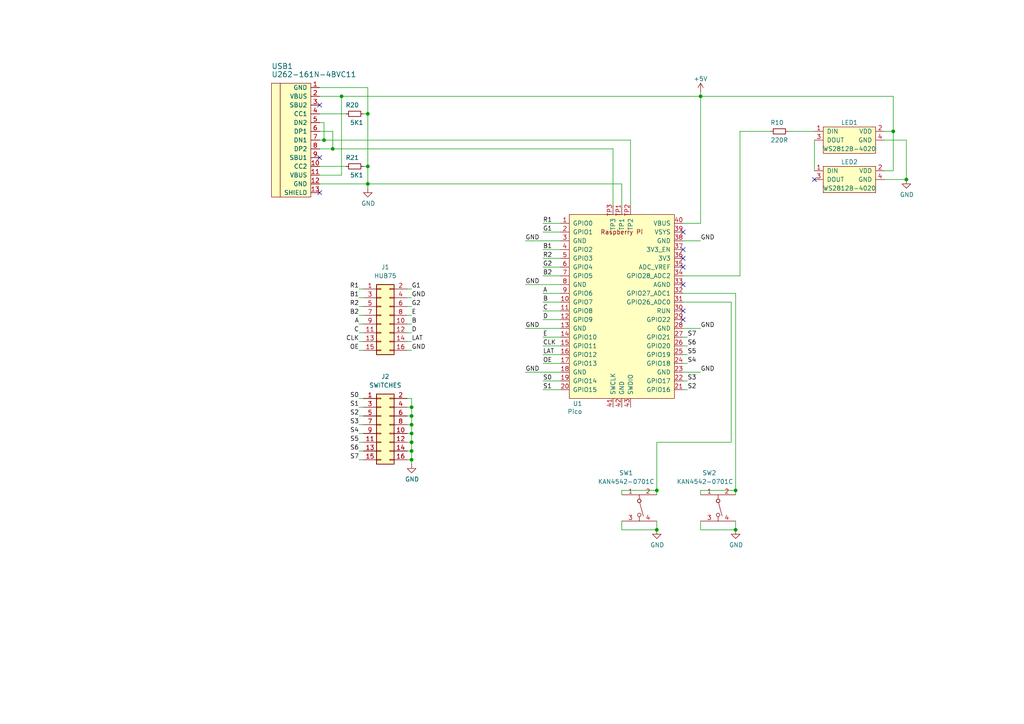
<source format=kicad_sch>
(kicad_sch (version 20211123) (generator eeschema)

  (uuid 2e3f5573-c264-4a8b-a2f0-0e6473d39aad)

  (paper "A4")

  (lib_symbols
    (symbol "Connector_Generic:Conn_02x08_Odd_Even" (pin_names (offset 1.016) hide) (in_bom yes) (on_board yes)
      (property "Reference" "J" (id 0) (at 1.27 10.16 0)
        (effects (font (size 1.27 1.27)))
      )
      (property "Value" "Conn_02x08_Odd_Even" (id 1) (at 1.27 -12.7 0)
        (effects (font (size 1.27 1.27)))
      )
      (property "Footprint" "" (id 2) (at 0 0 0)
        (effects (font (size 1.27 1.27)) hide)
      )
      (property "Datasheet" "~" (id 3) (at 0 0 0)
        (effects (font (size 1.27 1.27)) hide)
      )
      (property "ki_keywords" "connector" (id 4) (at 0 0 0)
        (effects (font (size 1.27 1.27)) hide)
      )
      (property "ki_description" "Generic connector, double row, 02x08, odd/even pin numbering scheme (row 1 odd numbers, row 2 even numbers), script generated (kicad-library-utils/schlib/autogen/connector/)" (id 5) (at 0 0 0)
        (effects (font (size 1.27 1.27)) hide)
      )
      (property "ki_fp_filters" "Connector*:*_2x??_*" (id 6) (at 0 0 0)
        (effects (font (size 1.27 1.27)) hide)
      )
      (symbol "Conn_02x08_Odd_Even_1_1"
        (rectangle (start -1.27 -10.033) (end 0 -10.287)
          (stroke (width 0.1524) (type default) (color 0 0 0 0))
          (fill (type none))
        )
        (rectangle (start -1.27 -7.493) (end 0 -7.747)
          (stroke (width 0.1524) (type default) (color 0 0 0 0))
          (fill (type none))
        )
        (rectangle (start -1.27 -4.953) (end 0 -5.207)
          (stroke (width 0.1524) (type default) (color 0 0 0 0))
          (fill (type none))
        )
        (rectangle (start -1.27 -2.413) (end 0 -2.667)
          (stroke (width 0.1524) (type default) (color 0 0 0 0))
          (fill (type none))
        )
        (rectangle (start -1.27 0.127) (end 0 -0.127)
          (stroke (width 0.1524) (type default) (color 0 0 0 0))
          (fill (type none))
        )
        (rectangle (start -1.27 2.667) (end 0 2.413)
          (stroke (width 0.1524) (type default) (color 0 0 0 0))
          (fill (type none))
        )
        (rectangle (start -1.27 5.207) (end 0 4.953)
          (stroke (width 0.1524) (type default) (color 0 0 0 0))
          (fill (type none))
        )
        (rectangle (start -1.27 7.747) (end 0 7.493)
          (stroke (width 0.1524) (type default) (color 0 0 0 0))
          (fill (type none))
        )
        (rectangle (start -1.27 8.89) (end 3.81 -11.43)
          (stroke (width 0.254) (type default) (color 0 0 0 0))
          (fill (type background))
        )
        (rectangle (start 3.81 -10.033) (end 2.54 -10.287)
          (stroke (width 0.1524) (type default) (color 0 0 0 0))
          (fill (type none))
        )
        (rectangle (start 3.81 -7.493) (end 2.54 -7.747)
          (stroke (width 0.1524) (type default) (color 0 0 0 0))
          (fill (type none))
        )
        (rectangle (start 3.81 -4.953) (end 2.54 -5.207)
          (stroke (width 0.1524) (type default) (color 0 0 0 0))
          (fill (type none))
        )
        (rectangle (start 3.81 -2.413) (end 2.54 -2.667)
          (stroke (width 0.1524) (type default) (color 0 0 0 0))
          (fill (type none))
        )
        (rectangle (start 3.81 0.127) (end 2.54 -0.127)
          (stroke (width 0.1524) (type default) (color 0 0 0 0))
          (fill (type none))
        )
        (rectangle (start 3.81 2.667) (end 2.54 2.413)
          (stroke (width 0.1524) (type default) (color 0 0 0 0))
          (fill (type none))
        )
        (rectangle (start 3.81 5.207) (end 2.54 4.953)
          (stroke (width 0.1524) (type default) (color 0 0 0 0))
          (fill (type none))
        )
        (rectangle (start 3.81 7.747) (end 2.54 7.493)
          (stroke (width 0.1524) (type default) (color 0 0 0 0))
          (fill (type none))
        )
        (pin passive line (at -5.08 7.62 0) (length 3.81)
          (name "Pin_1" (effects (font (size 1.27 1.27))))
          (number "1" (effects (font (size 1.27 1.27))))
        )
        (pin passive line (at 7.62 -2.54 180) (length 3.81)
          (name "Pin_10" (effects (font (size 1.27 1.27))))
          (number "10" (effects (font (size 1.27 1.27))))
        )
        (pin passive line (at -5.08 -5.08 0) (length 3.81)
          (name "Pin_11" (effects (font (size 1.27 1.27))))
          (number "11" (effects (font (size 1.27 1.27))))
        )
        (pin passive line (at 7.62 -5.08 180) (length 3.81)
          (name "Pin_12" (effects (font (size 1.27 1.27))))
          (number "12" (effects (font (size 1.27 1.27))))
        )
        (pin passive line (at -5.08 -7.62 0) (length 3.81)
          (name "Pin_13" (effects (font (size 1.27 1.27))))
          (number "13" (effects (font (size 1.27 1.27))))
        )
        (pin passive line (at 7.62 -7.62 180) (length 3.81)
          (name "Pin_14" (effects (font (size 1.27 1.27))))
          (number "14" (effects (font (size 1.27 1.27))))
        )
        (pin passive line (at -5.08 -10.16 0) (length 3.81)
          (name "Pin_15" (effects (font (size 1.27 1.27))))
          (number "15" (effects (font (size 1.27 1.27))))
        )
        (pin passive line (at 7.62 -10.16 180) (length 3.81)
          (name "Pin_16" (effects (font (size 1.27 1.27))))
          (number "16" (effects (font (size 1.27 1.27))))
        )
        (pin passive line (at 7.62 7.62 180) (length 3.81)
          (name "Pin_2" (effects (font (size 1.27 1.27))))
          (number "2" (effects (font (size 1.27 1.27))))
        )
        (pin passive line (at -5.08 5.08 0) (length 3.81)
          (name "Pin_3" (effects (font (size 1.27 1.27))))
          (number "3" (effects (font (size 1.27 1.27))))
        )
        (pin passive line (at 7.62 5.08 180) (length 3.81)
          (name "Pin_4" (effects (font (size 1.27 1.27))))
          (number "4" (effects (font (size 1.27 1.27))))
        )
        (pin passive line (at -5.08 2.54 0) (length 3.81)
          (name "Pin_5" (effects (font (size 1.27 1.27))))
          (number "5" (effects (font (size 1.27 1.27))))
        )
        (pin passive line (at 7.62 2.54 180) (length 3.81)
          (name "Pin_6" (effects (font (size 1.27 1.27))))
          (number "6" (effects (font (size 1.27 1.27))))
        )
        (pin passive line (at -5.08 0 0) (length 3.81)
          (name "Pin_7" (effects (font (size 1.27 1.27))))
          (number "7" (effects (font (size 1.27 1.27))))
        )
        (pin passive line (at 7.62 0 180) (length 3.81)
          (name "Pin_8" (effects (font (size 1.27 1.27))))
          (number "8" (effects (font (size 1.27 1.27))))
        )
        (pin passive line (at -5.08 -2.54 0) (length 3.81)
          (name "Pin_9" (effects (font (size 1.27 1.27))))
          (number "9" (effects (font (size 1.27 1.27))))
        )
      )
    )
    (symbol "Device:R_Small" (pin_numbers hide) (pin_names (offset 0.254) hide) (in_bom yes) (on_board yes)
      (property "Reference" "R" (id 0) (at 0.762 0.508 0)
        (effects (font (size 1.27 1.27)) (justify left))
      )
      (property "Value" "R_Small" (id 1) (at 0.762 -1.016 0)
        (effects (font (size 1.27 1.27)) (justify left))
      )
      (property "Footprint" "" (id 2) (at 0 0 0)
        (effects (font (size 1.27 1.27)) hide)
      )
      (property "Datasheet" "~" (id 3) (at 0 0 0)
        (effects (font (size 1.27 1.27)) hide)
      )
      (property "ki_keywords" "R resistor" (id 4) (at 0 0 0)
        (effects (font (size 1.27 1.27)) hide)
      )
      (property "ki_description" "Resistor, small symbol" (id 5) (at 0 0 0)
        (effects (font (size 1.27 1.27)) hide)
      )
      (property "ki_fp_filters" "R_*" (id 6) (at 0 0 0)
        (effects (font (size 1.27 1.27)) hide)
      )
      (symbol "R_Small_0_1"
        (rectangle (start -0.762 1.778) (end 0.762 -1.778)
          (stroke (width 0.2032) (type default) (color 0 0 0 0))
          (fill (type none))
        )
      )
      (symbol "R_Small_1_1"
        (pin passive line (at 0 2.54 270) (length 0.762)
          (name "~" (effects (font (size 1.27 1.27))))
          (number "1" (effects (font (size 1.27 1.27))))
        )
        (pin passive line (at 0 -2.54 90) (length 0.762)
          (name "~" (effects (font (size 1.27 1.27))))
          (number "2" (effects (font (size 1.27 1.27))))
        )
      )
    )
    (symbol "K2-1102SP-C4SC-04:K2-1102SP-C4SC-04" (pin_names (offset 0) hide) (in_bom yes) (on_board yes)
      (property "Reference" "SW" (id 0) (at 3.81 0 90)
        (effects (font (size 1.27 1.27)))
      )
      (property "Value" "K2-1102SP-C4SC-04" (id 1) (at 0 6.35 0)
        (effects (font (size 1.27 1.27)))
      )
      (property "Footprint" "" (id 2) (at 0 0 90)
        (effects (font (size 1.27 1.27)) hide)
      )
      (property "Datasheet" "~" (id 3) (at 0 0 90)
        (effects (font (size 1.27 1.27)) hide)
      )
      (property "ki_keywords" "dip switch" (id 4) (at 0 0 0)
        (effects (font (size 1.27 1.27)) hide)
      )
      (property "ki_description" "1x DIP Switch, Single Pole Single Throw (SPST) switch, small symbol" (id 5) (at 0 0 0)
        (effects (font (size 1.27 1.27)) hide)
      )
      (property "ki_fp_filters" "SW?DIP?x1*" (id 6) (at 0 0 0)
        (effects (font (size 1.27 1.27)) hide)
      )
      (symbol "K2-1102SP-C4SC-04_0_0"
        (circle (center 0 -2.032) (radius 0.508)
          (stroke (width 0) (type default) (color 0 0 0 0))
          (fill (type none))
        )
        (polyline
          (pts
            (xy 0.127 1.524)
            (xy 1.1684 -2.3622)
          )
          (stroke (width 0) (type default) (color 0 0 0 0))
          (fill (type none))
        )
        (circle (center 0 2.032) (radius 0.508)
          (stroke (width 0) (type default) (color 0 0 0 0))
          (fill (type none))
        )
        (circle (center 0 2.032) (radius 0.508)
          (stroke (width 0) (type default) (color 0 0 0 0))
          (fill (type none))
        )
      )
      (symbol "K2-1102SP-C4SC-04_0_1"
        (polyline
          (pts
            (xy 0 -2.54)
            (xy 0 -3.81)
          )
          (stroke (width 0) (type default) (color 0 0 0 0))
          (fill (type none))
        )
        (polyline
          (pts
            (xy 0 3.81)
            (xy 0 2.54)
          )
          (stroke (width 0) (type default) (color 0 0 0 0))
          (fill (type none))
        )
      )
      (symbol "K2-1102SP-C4SC-04_1_1"
        (pin passive line (at -5.08 3.81 0) (length 5.08)
          (name "~" (effects (font (size 1.27 1.27))))
          (number "1" (effects (font (size 1.27 1.27))))
        )
        (pin passive line (at 5.08 3.81 180) (length 5.08)
          (name "~" (effects (font (size 1.27 1.27))))
          (number "2" (effects (font (size 1.27 1.27))))
        )
        (pin passive line (at -5.08 -3.81 0) (length 5.08)
          (name "~" (effects (font (size 1.27 1.27))))
          (number "3" (effects (font (size 1.27 1.27))))
        )
        (pin passive line (at 5.08 -3.81 180) (length 5.08)
          (name "~" (effects (font (size 1.27 1.27))))
          (number "4" (effects (font (size 1.27 1.27))))
        )
      )
    )
    (symbol "MCU_RaspberryPi_and_Boards:Pico" (pin_names (offset 1.016)) (in_bom yes) (on_board yes)
      (property "Reference" "U" (id 0) (at -13.97 27.94 0)
        (effects (font (size 1.27 1.27)))
      )
      (property "Value" "Pico" (id 1) (at 0 19.05 0)
        (effects (font (size 1.27 1.27)))
      )
      (property "Footprint" "RPi_Pico:RPi_Pico_SMD_TH" (id 2) (at 0 0 90)
        (effects (font (size 1.27 1.27)) hide)
      )
      (property "Datasheet" "" (id 3) (at 0 0 0)
        (effects (font (size 1.27 1.27)) hide)
      )
      (symbol "Pico_0_0"
        (text "Raspberry Pi" (at 0 21.59 0)
          (effects (font (size 1.27 1.27)))
        )
      )
      (symbol "Pico_0_1"
        (rectangle (start -15.24 26.67) (end 15.24 -26.67)
          (stroke (width 0) (type default) (color 0 0 0 0))
          (fill (type background))
        )
      )
      (symbol "Pico_1_1"
        (pin bidirectional line (at -17.78 24.13 0) (length 2.54)
          (name "GPIO0" (effects (font (size 1.27 1.27))))
          (number "1" (effects (font (size 1.27 1.27))))
        )
        (pin bidirectional line (at -17.78 1.27 0) (length 2.54)
          (name "GPIO7" (effects (font (size 1.27 1.27))))
          (number "10" (effects (font (size 1.27 1.27))))
        )
        (pin bidirectional line (at -17.78 -1.27 0) (length 2.54)
          (name "GPIO8" (effects (font (size 1.27 1.27))))
          (number "11" (effects (font (size 1.27 1.27))))
        )
        (pin bidirectional line (at -17.78 -3.81 0) (length 2.54)
          (name "GPIO9" (effects (font (size 1.27 1.27))))
          (number "12" (effects (font (size 1.27 1.27))))
        )
        (pin power_in line (at -17.78 -6.35 0) (length 2.54)
          (name "GND" (effects (font (size 1.27 1.27))))
          (number "13" (effects (font (size 1.27 1.27))))
        )
        (pin bidirectional line (at -17.78 -8.89 0) (length 2.54)
          (name "GPIO10" (effects (font (size 1.27 1.27))))
          (number "14" (effects (font (size 1.27 1.27))))
        )
        (pin bidirectional line (at -17.78 -11.43 0) (length 2.54)
          (name "GPIO11" (effects (font (size 1.27 1.27))))
          (number "15" (effects (font (size 1.27 1.27))))
        )
        (pin bidirectional line (at -17.78 -13.97 0) (length 2.54)
          (name "GPIO12" (effects (font (size 1.27 1.27))))
          (number "16" (effects (font (size 1.27 1.27))))
        )
        (pin bidirectional line (at -17.78 -16.51 0) (length 2.54)
          (name "GPIO13" (effects (font (size 1.27 1.27))))
          (number "17" (effects (font (size 1.27 1.27))))
        )
        (pin power_in line (at -17.78 -19.05 0) (length 2.54)
          (name "GND" (effects (font (size 1.27 1.27))))
          (number "18" (effects (font (size 1.27 1.27))))
        )
        (pin bidirectional line (at -17.78 -21.59 0) (length 2.54)
          (name "GPIO14" (effects (font (size 1.27 1.27))))
          (number "19" (effects (font (size 1.27 1.27))))
        )
        (pin bidirectional line (at -17.78 21.59 0) (length 2.54)
          (name "GPIO1" (effects (font (size 1.27 1.27))))
          (number "2" (effects (font (size 1.27 1.27))))
        )
        (pin bidirectional line (at -17.78 -24.13 0) (length 2.54)
          (name "GPIO15" (effects (font (size 1.27 1.27))))
          (number "20" (effects (font (size 1.27 1.27))))
        )
        (pin bidirectional line (at 17.78 -24.13 180) (length 2.54)
          (name "GPIO16" (effects (font (size 1.27 1.27))))
          (number "21" (effects (font (size 1.27 1.27))))
        )
        (pin bidirectional line (at 17.78 -21.59 180) (length 2.54)
          (name "GPIO17" (effects (font (size 1.27 1.27))))
          (number "22" (effects (font (size 1.27 1.27))))
        )
        (pin power_in line (at 17.78 -19.05 180) (length 2.54)
          (name "GND" (effects (font (size 1.27 1.27))))
          (number "23" (effects (font (size 1.27 1.27))))
        )
        (pin bidirectional line (at 17.78 -16.51 180) (length 2.54)
          (name "GPIO18" (effects (font (size 1.27 1.27))))
          (number "24" (effects (font (size 1.27 1.27))))
        )
        (pin bidirectional line (at 17.78 -13.97 180) (length 2.54)
          (name "GPIO19" (effects (font (size 1.27 1.27))))
          (number "25" (effects (font (size 1.27 1.27))))
        )
        (pin bidirectional line (at 17.78 -11.43 180) (length 2.54)
          (name "GPIO20" (effects (font (size 1.27 1.27))))
          (number "26" (effects (font (size 1.27 1.27))))
        )
        (pin bidirectional line (at 17.78 -8.89 180) (length 2.54)
          (name "GPIO21" (effects (font (size 1.27 1.27))))
          (number "27" (effects (font (size 1.27 1.27))))
        )
        (pin power_in line (at 17.78 -6.35 180) (length 2.54)
          (name "GND" (effects (font (size 1.27 1.27))))
          (number "28" (effects (font (size 1.27 1.27))))
        )
        (pin bidirectional line (at 17.78 -3.81 180) (length 2.54)
          (name "GPIO22" (effects (font (size 1.27 1.27))))
          (number "29" (effects (font (size 1.27 1.27))))
        )
        (pin power_in line (at -17.78 19.05 0) (length 2.54)
          (name "GND" (effects (font (size 1.27 1.27))))
          (number "3" (effects (font (size 1.27 1.27))))
        )
        (pin input line (at 17.78 -1.27 180) (length 2.54)
          (name "RUN" (effects (font (size 1.27 1.27))))
          (number "30" (effects (font (size 1.27 1.27))))
        )
        (pin bidirectional line (at 17.78 1.27 180) (length 2.54)
          (name "GPIO26_ADC0" (effects (font (size 1.27 1.27))))
          (number "31" (effects (font (size 1.27 1.27))))
        )
        (pin bidirectional line (at 17.78 3.81 180) (length 2.54)
          (name "GPIO27_ADC1" (effects (font (size 1.27 1.27))))
          (number "32" (effects (font (size 1.27 1.27))))
        )
        (pin power_in line (at 17.78 6.35 180) (length 2.54)
          (name "AGND" (effects (font (size 1.27 1.27))))
          (number "33" (effects (font (size 1.27 1.27))))
        )
        (pin bidirectional line (at 17.78 8.89 180) (length 2.54)
          (name "GPIO28_ADC2" (effects (font (size 1.27 1.27))))
          (number "34" (effects (font (size 1.27 1.27))))
        )
        (pin unspecified line (at 17.78 11.43 180) (length 2.54)
          (name "ADC_VREF" (effects (font (size 1.27 1.27))))
          (number "35" (effects (font (size 1.27 1.27))))
        )
        (pin unspecified line (at 17.78 13.97 180) (length 2.54)
          (name "3V3" (effects (font (size 1.27 1.27))))
          (number "36" (effects (font (size 1.27 1.27))))
        )
        (pin input line (at 17.78 16.51 180) (length 2.54)
          (name "3V3_EN" (effects (font (size 1.27 1.27))))
          (number "37" (effects (font (size 1.27 1.27))))
        )
        (pin bidirectional line (at 17.78 19.05 180) (length 2.54)
          (name "GND" (effects (font (size 1.27 1.27))))
          (number "38" (effects (font (size 1.27 1.27))))
        )
        (pin unspecified line (at 17.78 21.59 180) (length 2.54)
          (name "VSYS" (effects (font (size 1.27 1.27))))
          (number "39" (effects (font (size 1.27 1.27))))
        )
        (pin bidirectional line (at -17.78 16.51 0) (length 2.54)
          (name "GPIO2" (effects (font (size 1.27 1.27))))
          (number "4" (effects (font (size 1.27 1.27))))
        )
        (pin unspecified line (at 17.78 24.13 180) (length 2.54)
          (name "VBUS" (effects (font (size 1.27 1.27))))
          (number "40" (effects (font (size 1.27 1.27))))
        )
        (pin input line (at -2.54 -29.21 90) (length 2.54)
          (name "SWCLK" (effects (font (size 1.27 1.27))))
          (number "41" (effects (font (size 1.27 1.27))))
        )
        (pin power_in line (at 0 -29.21 90) (length 2.54)
          (name "GND" (effects (font (size 1.27 1.27))))
          (number "42" (effects (font (size 1.27 1.27))))
        )
        (pin bidirectional line (at 2.54 -29.21 90) (length 2.54)
          (name "SWDIO" (effects (font (size 1.27 1.27))))
          (number "43" (effects (font (size 1.27 1.27))))
        )
        (pin bidirectional line (at -17.78 13.97 0) (length 2.54)
          (name "GPIO3" (effects (font (size 1.27 1.27))))
          (number "5" (effects (font (size 1.27 1.27))))
        )
        (pin bidirectional line (at -17.78 11.43 0) (length 2.54)
          (name "GPIO4" (effects (font (size 1.27 1.27))))
          (number "6" (effects (font (size 1.27 1.27))))
        )
        (pin bidirectional line (at -17.78 8.89 0) (length 2.54)
          (name "GPIO5" (effects (font (size 1.27 1.27))))
          (number "7" (effects (font (size 1.27 1.27))))
        )
        (pin power_in line (at -17.78 6.35 0) (length 2.54)
          (name "GND" (effects (font (size 1.27 1.27))))
          (number "8" (effects (font (size 1.27 1.27))))
        )
        (pin bidirectional line (at -17.78 3.81 0) (length 2.54)
          (name "GPIO6" (effects (font (size 1.27 1.27))))
          (number "9" (effects (font (size 1.27 1.27))))
        )
        (pin unspecified line (at 0 29.21 270) (length 2.54)
          (name "TP1" (effects (font (size 1.27 1.27))))
          (number "TP1" (effects (font (size 1.27 1.27))))
        )
        (pin bidirectional line (at 2.54 29.21 270) (length 2.54)
          (name "TP2" (effects (font (size 1.27 1.27))))
          (number "TP2" (effects (font (size 1.27 1.27))))
        )
        (pin bidirectional line (at -2.54 29.21 270) (length 2.54)
          (name "TP3" (effects (font (size 1.27 1.27))))
          (number "TP3" (effects (font (size 1.27 1.27))))
        )
      )
    )
    (symbol "Type-C:HRO-TYPE-C-31-M-12" (pin_names (offset 1.016)) (in_bom yes) (on_board yes)
      (property "Reference" "USB" (id 0) (at -5.08 16.51 0)
        (effects (font (size 1.524 1.524)))
      )
      (property "Value" "HRO-TYPE-C-31-M-12" (id 1) (at -10.16 -1.27 90)
        (effects (font (size 1.524 1.524)))
      )
      (property "Footprint" "" (id 2) (at 0 0 0)
        (effects (font (size 1.524 1.524)) hide)
      )
      (property "Datasheet" "" (id 3) (at 0 0 0)
        (effects (font (size 1.524 1.524)) hide)
      )
      (symbol "HRO-TYPE-C-31-M-12_0_1"
        (rectangle (start -11.43 15.24) (end -8.89 -17.78)
          (stroke (width 0) (type default) (color 0 0 0 0))
          (fill (type background))
        )
        (rectangle (start 0 -17.78) (end -8.89 15.24)
          (stroke (width 0) (type default) (color 0 0 0 0))
          (fill (type background))
        )
      )
      (symbol "HRO-TYPE-C-31-M-12_1_1"
        (pin input line (at 2.54 13.97 180) (length 2.54)
          (name "GND" (effects (font (size 1.27 1.27))))
          (number "1" (effects (font (size 1.27 1.27))))
        )
        (pin input line (at 2.54 -8.89 180) (length 2.54)
          (name "CC2" (effects (font (size 1.27 1.27))))
          (number "10" (effects (font (size 1.27 1.27))))
        )
        (pin input line (at 2.54 -11.43 180) (length 2.54)
          (name "VBUS" (effects (font (size 1.27 1.27))))
          (number "11" (effects (font (size 1.27 1.27))))
        )
        (pin input line (at 2.54 -13.97 180) (length 2.54)
          (name "GND" (effects (font (size 1.27 1.27))))
          (number "12" (effects (font (size 1.27 1.27))))
        )
        (pin input line (at 2.54 -16.51 180) (length 2.54)
          (name "SHIELD" (effects (font (size 1.27 1.27))))
          (number "13" (effects (font (size 1.27 1.27))))
        )
        (pin input line (at 2.54 11.43 180) (length 2.54)
          (name "VBUS" (effects (font (size 1.27 1.27))))
          (number "2" (effects (font (size 1.27 1.27))))
        )
        (pin input line (at 2.54 8.89 180) (length 2.54)
          (name "SBU2" (effects (font (size 1.27 1.27))))
          (number "3" (effects (font (size 1.27 1.27))))
        )
        (pin input line (at 2.54 6.35 180) (length 2.54)
          (name "CC1" (effects (font (size 1.27 1.27))))
          (number "4" (effects (font (size 1.27 1.27))))
        )
        (pin input line (at 2.54 3.81 180) (length 2.54)
          (name "DN2" (effects (font (size 1.27 1.27))))
          (number "5" (effects (font (size 1.27 1.27))))
        )
        (pin input line (at 2.54 1.27 180) (length 2.54)
          (name "DP1" (effects (font (size 1.27 1.27))))
          (number "6" (effects (font (size 1.27 1.27))))
        )
        (pin input line (at 2.54 -1.27 180) (length 2.54)
          (name "DN1" (effects (font (size 1.27 1.27))))
          (number "7" (effects (font (size 1.27 1.27))))
        )
        (pin input line (at 2.54 -3.81 180) (length 2.54)
          (name "DP2" (effects (font (size 1.27 1.27))))
          (number "8" (effects (font (size 1.27 1.27))))
        )
        (pin input line (at 2.54 -6.35 180) (length 2.54)
          (name "SBU1" (effects (font (size 1.27 1.27))))
          (number "9" (effects (font (size 1.27 1.27))))
        )
      )
    )
    (symbol "agg-kicad:WS2812B-4020" (pin_names (offset 1.016)) (in_bom yes) (on_board yes)
      (property "Reference" "LED" (id 0) (at -7.62 5.08 0)
        (effects (font (size 1.27 1.27)) (justify left))
      )
      (property "Value" "WS2812B-4020" (id 1) (at -7.62 -5.08 0)
        (effects (font (size 1.27 1.27)) (justify left))
      )
      (property "Footprint" "agg:WS2812B-4020" (id 2) (at -7.62 -7.62 0)
        (effects (font (size 1.27 1.27)) (justify left) hide)
      )
      (property "Datasheet" "https://datasheet.lcsc.com/szlcsc/2012110135_Worldsemi-WS2812B-4020_C965557.pdf" (id 3) (at -7.62 -10.16 0)
        (effects (font (size 1.27 1.27)) (justify left) hide)
      )
      (property "ki_description" "Side-view RGB LED" (id 4) (at 0 0 0)
        (effects (font (size 1.27 1.27)) hide)
      )
      (symbol "WS2812B-4020_0_0"
        (pin input line (at 10.16 2.54 180) (length 2.54)
          (name "DIN" (effects (font (size 1.27 1.27))))
          (number "1" (effects (font (size 1.27 1.27))))
        )
        (pin power_in line (at -10.16 2.54 0) (length 2.54)
          (name "VDD" (effects (font (size 1.27 1.27))))
          (number "2" (effects (font (size 1.27 1.27))))
        )
        (pin output line (at 10.16 0 180) (length 2.54)
          (name "DOUT" (effects (font (size 1.27 1.27))))
          (number "3" (effects (font (size 1.27 1.27))))
        )
        (pin power_in line (at -10.16 0 0) (length 2.54)
          (name "GND" (effects (font (size 1.27 1.27))))
          (number "4" (effects (font (size 1.27 1.27))))
        )
      )
      (symbol "WS2812B-4020_0_1"
        (rectangle (start -7.62 3.81) (end 7.62 -3.81)
          (stroke (width 0) (type default) (color 0 0 0 0))
          (fill (type background))
        )
      )
    )
    (symbol "power:+5V" (power) (pin_names (offset 0)) (in_bom yes) (on_board yes)
      (property "Reference" "#PWR" (id 0) (at 0 -3.81 0)
        (effects (font (size 1.27 1.27)) hide)
      )
      (property "Value" "+5V" (id 1) (at 0 3.556 0)
        (effects (font (size 1.27 1.27)))
      )
      (property "Footprint" "" (id 2) (at 0 0 0)
        (effects (font (size 1.27 1.27)) hide)
      )
      (property "Datasheet" "" (id 3) (at 0 0 0)
        (effects (font (size 1.27 1.27)) hide)
      )
      (property "ki_keywords" "power-flag" (id 4) (at 0 0 0)
        (effects (font (size 1.27 1.27)) hide)
      )
      (property "ki_description" "Power symbol creates a global label with name \"+5V\"" (id 5) (at 0 0 0)
        (effects (font (size 1.27 1.27)) hide)
      )
      (symbol "+5V_0_1"
        (polyline
          (pts
            (xy -0.762 1.27)
            (xy 0 2.54)
          )
          (stroke (width 0) (type default) (color 0 0 0 0))
          (fill (type none))
        )
        (polyline
          (pts
            (xy 0 0)
            (xy 0 2.54)
          )
          (stroke (width 0) (type default) (color 0 0 0 0))
          (fill (type none))
        )
        (polyline
          (pts
            (xy 0 2.54)
            (xy 0.762 1.27)
          )
          (stroke (width 0) (type default) (color 0 0 0 0))
          (fill (type none))
        )
      )
      (symbol "+5V_1_1"
        (pin power_in line (at 0 0 90) (length 0) hide
          (name "+5V" (effects (font (size 1.27 1.27))))
          (number "1" (effects (font (size 1.27 1.27))))
        )
      )
    )
    (symbol "power:GND" (power) (pin_names (offset 0)) (in_bom yes) (on_board yes)
      (property "Reference" "#PWR" (id 0) (at 0 -6.35 0)
        (effects (font (size 1.27 1.27)) hide)
      )
      (property "Value" "GND" (id 1) (at 0 -3.81 0)
        (effects (font (size 1.27 1.27)))
      )
      (property "Footprint" "" (id 2) (at 0 0 0)
        (effects (font (size 1.27 1.27)) hide)
      )
      (property "Datasheet" "" (id 3) (at 0 0 0)
        (effects (font (size 1.27 1.27)) hide)
      )
      (property "ki_keywords" "power-flag" (id 4) (at 0 0 0)
        (effects (font (size 1.27 1.27)) hide)
      )
      (property "ki_description" "Power symbol creates a global label with name \"GND\" , ground" (id 5) (at 0 0 0)
        (effects (font (size 1.27 1.27)) hide)
      )
      (symbol "GND_0_1"
        (polyline
          (pts
            (xy 0 0)
            (xy 0 -1.27)
            (xy 1.27 -1.27)
            (xy 0 -2.54)
            (xy -1.27 -1.27)
            (xy 0 -1.27)
          )
          (stroke (width 0) (type default) (color 0 0 0 0))
          (fill (type none))
        )
      )
      (symbol "GND_1_1"
        (pin power_in line (at 0 0 270) (length 0) hide
          (name "GND" (effects (font (size 1.27 1.27))))
          (number "1" (effects (font (size 1.27 1.27))))
        )
      )
    )
  )

  (junction (at 96.52 43.18) (diameter 0) (color 0 0 0 0)
    (uuid 0de7844b-b2a8-433f-9d7c-4352bce4fd90)
  )
  (junction (at 190.5 142.24) (diameter 0) (color 0 0 0 0)
    (uuid 13b107dd-deda-419c-b717-2a459a8e9816)
  )
  (junction (at 203.2 27.94) (diameter 0) (color 0 0 0 0)
    (uuid 13cf9dda-96b5-48f8-8f55-4fbc349c6134)
  )
  (junction (at 119.38 118.11) (diameter 0) (color 0 0 0 0)
    (uuid 1df53971-13aa-4a94-a0fb-875e67dcc14d)
  )
  (junction (at 119.38 123.19) (diameter 0) (color 0 0 0 0)
    (uuid 200c809a-7d16-4fc0-9901-4ca7da71acfc)
  )
  (junction (at 119.38 130.81) (diameter 0) (color 0 0 0 0)
    (uuid 378e2996-4ac8-4a08-99d7-abd635afd799)
  )
  (junction (at 213.36 142.24) (diameter 0) (color 0 0 0 0)
    (uuid 46c9a4d4-569c-425d-ade7-6723ceeb4130)
  )
  (junction (at 119.38 133.35) (diameter 0) (color 0 0 0 0)
    (uuid 627c751b-9665-4ecf-acac-e7f5bd82e203)
  )
  (junction (at 99.06 27.94) (diameter 0) (color 0 0 0 0)
    (uuid 635de3db-1c45-4de8-ab43-61dca99930bf)
  )
  (junction (at 106.68 53.34) (diameter 0) (color 0 0 0 0)
    (uuid 7105036b-408b-44b3-9168-36ebb2978052)
  )
  (junction (at 262.89 52.07) (diameter 0) (color 0 0 0 0)
    (uuid 73dd1294-8475-4deb-8568-09ca6f2267ed)
  )
  (junction (at 190.5 153.67) (diameter 0) (color 0 0 0 0)
    (uuid 85c7a47b-92c2-4ff4-83c6-0461edd7ecf4)
  )
  (junction (at 119.38 125.73) (diameter 0) (color 0 0 0 0)
    (uuid 8bbaa6d3-c97e-496b-9c99-f455fcf0cba5)
  )
  (junction (at 259.08 38.1) (diameter 0) (color 0 0 0 0)
    (uuid 9e28f0a7-fa82-40fa-b6ca-c416cc875456)
  )
  (junction (at 106.68 48.26) (diameter 0) (color 0 0 0 0)
    (uuid b62aa956-9311-4f88-9886-280bb183eeb2)
  )
  (junction (at 106.68 33.02) (diameter 0) (color 0 0 0 0)
    (uuid ba37d704-4b6a-4ae5-b6f6-03b00a6bc144)
  )
  (junction (at 213.36 153.67) (diameter 0) (color 0 0 0 0)
    (uuid bba78a00-d29c-4330-bfed-ac201a4973e2)
  )
  (junction (at 119.38 120.65) (diameter 0) (color 0 0 0 0)
    (uuid ec353c17-eb49-4a8f-8950-80326ebfe31c)
  )
  (junction (at 119.38 128.27) (diameter 0) (color 0 0 0 0)
    (uuid eeeb89d6-5365-4a38-baff-6a8df195c589)
  )
  (junction (at 93.98 40.64) (diameter 0) (color 0 0 0 0)
    (uuid f7b25509-3515-495d-bbeb-3f2c3d815ad2)
  )

  (no_connect (at 236.22 52.07) (uuid 3b19d5b7-5152-47a5-a54b-c52180095247))
  (no_connect (at 92.71 55.88) (uuid 490ed4ff-9da7-4951-bd46-3715875e884c))
  (no_connect (at 92.71 30.48) (uuid 490ed4ff-9da7-4951-bd46-3715875e884d))
  (no_connect (at 92.71 45.72) (uuid 490ed4ff-9da7-4951-bd46-3715875e884e))
  (no_connect (at 198.12 82.55) (uuid 490ed4ff-9da7-4951-bd46-3715875e884f))
  (no_connect (at 198.12 90.17) (uuid 490ed4ff-9da7-4951-bd46-3715875e8850))
  (no_connect (at 198.12 92.71) (uuid 490ed4ff-9da7-4951-bd46-3715875e8851))
  (no_connect (at 198.12 67.31) (uuid 490ed4ff-9da7-4951-bd46-3715875e8855))
  (no_connect (at 198.12 72.39) (uuid 490ed4ff-9da7-4951-bd46-3715875e8856))
  (no_connect (at 198.12 74.93) (uuid 490ed4ff-9da7-4951-bd46-3715875e8857))
  (no_connect (at 198.12 77.47) (uuid 490ed4ff-9da7-4951-bd46-3715875e8858))

  (wire (pts (xy 157.48 87.63) (xy 162.56 87.63))
    (stroke (width 0) (type default) (color 0 0 0 0))
    (uuid 01ef8b1b-c6b7-4290-a2af-bc3bc85d0e2e)
  )
  (wire (pts (xy 104.14 133.35) (xy 105.41 133.35))
    (stroke (width 0) (type default) (color 0 0 0 0))
    (uuid 022a0259-00e5-4ece-af9c-9005bfaf2681)
  )
  (wire (pts (xy 157.48 77.47) (xy 162.56 77.47))
    (stroke (width 0) (type default) (color 0 0 0 0))
    (uuid 0389665b-60d0-4c13-9392-f124940ed320)
  )
  (wire (pts (xy 106.68 25.4) (xy 106.68 33.02))
    (stroke (width 0) (type default) (color 0 0 0 0))
    (uuid 0414fa0d-735b-44d3-8ca2-127253f122a7)
  )
  (wire (pts (xy 190.5 153.67) (xy 190.5 151.13))
    (stroke (width 0) (type default) (color 0 0 0 0))
    (uuid 04aa4525-7b72-4e0e-a1b1-ab0422176507)
  )
  (wire (pts (xy 180.34 151.13) (xy 180.34 153.67))
    (stroke (width 0) (type default) (color 0 0 0 0))
    (uuid 08f34b82-0df1-49c6-add7-19a806c5939a)
  )
  (wire (pts (xy 118.11 123.19) (xy 119.38 123.19))
    (stroke (width 0) (type default) (color 0 0 0 0))
    (uuid 0a3a267c-2066-4c51-9ac3-f0a7a0b448f3)
  )
  (wire (pts (xy 157.48 113.03) (xy 162.56 113.03))
    (stroke (width 0) (type default) (color 0 0 0 0))
    (uuid 0d216790-8aa7-4493-ad8d-80bdb9a25c19)
  )
  (wire (pts (xy 198.12 107.95) (xy 203.2 107.95))
    (stroke (width 0) (type default) (color 0 0 0 0))
    (uuid 113a5723-b992-4056-9a1e-c806d23524a5)
  )
  (wire (pts (xy 104.14 99.06) (xy 105.41 99.06))
    (stroke (width 0) (type default) (color 0 0 0 0))
    (uuid 124c0ba3-b331-4acb-8afa-7b07dbba8799)
  )
  (wire (pts (xy 199.39 100.33) (xy 198.12 100.33))
    (stroke (width 0) (type default) (color 0 0 0 0))
    (uuid 13e313c5-cf83-4c17-abf4-cc0b4356e883)
  )
  (wire (pts (xy 119.38 118.11) (xy 119.38 120.65))
    (stroke (width 0) (type default) (color 0 0 0 0))
    (uuid 13ed7b21-55de-4560-b5cf-1663f94a69d9)
  )
  (wire (pts (xy 213.36 153.67) (xy 213.36 151.13))
    (stroke (width 0) (type default) (color 0 0 0 0))
    (uuid 14e1300d-8e9c-4c05-85cb-7b473a0dd012)
  )
  (wire (pts (xy 92.71 40.64) (xy 93.98 40.64))
    (stroke (width 0) (type default) (color 0 0 0 0))
    (uuid 16ab062e-5bc1-4ea9-9246-c8521224509c)
  )
  (wire (pts (xy 256.54 49.53) (xy 259.08 49.53))
    (stroke (width 0) (type default) (color 0 0 0 0))
    (uuid 17f1b542-4b20-456f-97b7-80a848c0ee0f)
  )
  (wire (pts (xy 99.06 50.8) (xy 99.06 27.94))
    (stroke (width 0) (type default) (color 0 0 0 0))
    (uuid 19ac1b3a-ed90-456d-b763-f62360202287)
  )
  (wire (pts (xy 104.14 96.52) (xy 105.41 96.52))
    (stroke (width 0) (type default) (color 0 0 0 0))
    (uuid 1d99edcc-b4e3-4660-ab19-ee5ca719e631)
  )
  (wire (pts (xy 152.4 107.95) (xy 162.56 107.95))
    (stroke (width 0) (type default) (color 0 0 0 0))
    (uuid 21049137-5af2-4a52-aa1b-5918bcd8a7b7)
  )
  (wire (pts (xy 157.48 72.39) (xy 162.56 72.39))
    (stroke (width 0) (type default) (color 0 0 0 0))
    (uuid 22dc2b8c-7b41-4c5a-be37-fc3b2605397e)
  )
  (wire (pts (xy 157.48 67.31) (xy 162.56 67.31))
    (stroke (width 0) (type default) (color 0 0 0 0))
    (uuid 244835dd-5d8d-49cb-b29f-3e9d1bcd56bd)
  )
  (wire (pts (xy 214.63 38.1) (xy 223.52 38.1))
    (stroke (width 0) (type default) (color 0 0 0 0))
    (uuid 280969a8-5154-4312-96c3-34c3ee82a2e2)
  )
  (wire (pts (xy 104.14 120.65) (xy 105.41 120.65))
    (stroke (width 0) (type default) (color 0 0 0 0))
    (uuid 282de50a-0ac8-437a-9362-3102686a0d3c)
  )
  (wire (pts (xy 119.38 96.52) (xy 118.11 96.52))
    (stroke (width 0) (type default) (color 0 0 0 0))
    (uuid 29195700-85e3-463c-bbee-5a2f355eba05)
  )
  (wire (pts (xy 203.2 151.13) (xy 203.2 153.67))
    (stroke (width 0) (type default) (color 0 0 0 0))
    (uuid 2c21acd3-afc0-45ae-aa73-d3cb8240c2a7)
  )
  (wire (pts (xy 198.12 87.63) (xy 212.09 87.63))
    (stroke (width 0) (type default) (color 0 0 0 0))
    (uuid 2d0741e1-5568-4254-8183-fcd7763d1091)
  )
  (wire (pts (xy 118.11 133.35) (xy 119.38 133.35))
    (stroke (width 0) (type default) (color 0 0 0 0))
    (uuid 2d170975-9660-435a-a246-6ccd1e690c75)
  )
  (wire (pts (xy 256.54 52.07) (xy 262.89 52.07))
    (stroke (width 0) (type default) (color 0 0 0 0))
    (uuid 2dc8a120-31f8-452e-8fb8-ccac4710aa57)
  )
  (wire (pts (xy 199.39 110.49) (xy 198.12 110.49))
    (stroke (width 0) (type default) (color 0 0 0 0))
    (uuid 2f879547-7dc7-47cd-93c2-08db616e9429)
  )
  (wire (pts (xy 177.8 43.18) (xy 96.52 43.18))
    (stroke (width 0) (type default) (color 0 0 0 0))
    (uuid 386065f7-4bd8-491d-b3da-e9ae3442205e)
  )
  (wire (pts (xy 118.11 120.65) (xy 119.38 120.65))
    (stroke (width 0) (type default) (color 0 0 0 0))
    (uuid 3fa8e2d9-3883-4062-8078-8995b86d7388)
  )
  (wire (pts (xy 180.34 153.67) (xy 190.5 153.67))
    (stroke (width 0) (type default) (color 0 0 0 0))
    (uuid 40659704-48e5-4545-bcc2-7d510f3b9018)
  )
  (wire (pts (xy 119.38 93.98) (xy 118.11 93.98))
    (stroke (width 0) (type default) (color 0 0 0 0))
    (uuid 4081e9ad-090c-474c-bc0c-2b6091ad3195)
  )
  (wire (pts (xy 198.12 80.01) (xy 214.63 80.01))
    (stroke (width 0) (type default) (color 0 0 0 0))
    (uuid 43394e59-5ec9-40af-b1d9-429eb209bd67)
  )
  (wire (pts (xy 157.48 64.77) (xy 162.56 64.77))
    (stroke (width 0) (type default) (color 0 0 0 0))
    (uuid 482f0bd2-eca6-4242-9dad-e276bc5265d2)
  )
  (wire (pts (xy 118.11 118.11) (xy 119.38 118.11))
    (stroke (width 0) (type default) (color 0 0 0 0))
    (uuid 488ea2d3-bf56-44cc-838d-9f6465b4dd03)
  )
  (wire (pts (xy 157.48 74.93) (xy 162.56 74.93))
    (stroke (width 0) (type default) (color 0 0 0 0))
    (uuid 49421176-02f7-4e17-9865-f3d7c24bb55b)
  )
  (wire (pts (xy 104.14 123.19) (xy 105.41 123.19))
    (stroke (width 0) (type default) (color 0 0 0 0))
    (uuid 5abc486e-f919-49db-9c1c-0e0d794fd55a)
  )
  (wire (pts (xy 93.98 35.56) (xy 93.98 40.64))
    (stroke (width 0) (type default) (color 0 0 0 0))
    (uuid 5b261ac3-8f63-468e-b484-487afe9aa79c)
  )
  (wire (pts (xy 104.14 93.98) (xy 105.41 93.98))
    (stroke (width 0) (type default) (color 0 0 0 0))
    (uuid 5d8393d5-a816-48c3-a8f0-77ddf90b3b9b)
  )
  (wire (pts (xy 213.36 142.24) (xy 213.36 143.51))
    (stroke (width 0) (type default) (color 0 0 0 0))
    (uuid 5e14937a-4a9d-42a4-b012-8c5c3eb05939)
  )
  (wire (pts (xy 157.48 80.01) (xy 162.56 80.01))
    (stroke (width 0) (type default) (color 0 0 0 0))
    (uuid 5fcba715-38f2-4055-9f2b-a785e514e585)
  )
  (wire (pts (xy 182.88 40.64) (xy 93.98 40.64))
    (stroke (width 0) (type default) (color 0 0 0 0))
    (uuid 5fddba5a-8425-4552-a6a9-0b27fc082764)
  )
  (wire (pts (xy 190.5 142.24) (xy 190.5 143.51))
    (stroke (width 0) (type default) (color 0 0 0 0))
    (uuid 637edb54-f222-43cf-9e48-502e42a006e8)
  )
  (wire (pts (xy 118.11 125.73) (xy 119.38 125.73))
    (stroke (width 0) (type default) (color 0 0 0 0))
    (uuid 6865b173-7f27-421d-9af5-ce83ba83903c)
  )
  (wire (pts (xy 214.63 38.1) (xy 214.63 80.01))
    (stroke (width 0) (type default) (color 0 0 0 0))
    (uuid 6b30224b-2984-4f53-a2be-e7cb812bc69e)
  )
  (wire (pts (xy 119.38 86.36) (xy 118.11 86.36))
    (stroke (width 0) (type default) (color 0 0 0 0))
    (uuid 6c2d00ac-d0d7-4c8c-b71a-f181f5d80892)
  )
  (wire (pts (xy 92.71 53.34) (xy 106.68 53.34))
    (stroke (width 0) (type default) (color 0 0 0 0))
    (uuid 6e4be9d8-733f-4fc3-b105-f6d88b50786c)
  )
  (wire (pts (xy 96.52 38.1) (xy 96.52 43.18))
    (stroke (width 0) (type default) (color 0 0 0 0))
    (uuid 6e759866-db1c-42a4-a513-bbd032fed569)
  )
  (wire (pts (xy 228.6 38.1) (xy 236.22 38.1))
    (stroke (width 0) (type default) (color 0 0 0 0))
    (uuid 6ec29c03-38ca-4cca-84a7-b2b9b199a7ff)
  )
  (wire (pts (xy 182.88 59.69) (xy 182.88 40.64))
    (stroke (width 0) (type default) (color 0 0 0 0))
    (uuid 734bbda1-c263-4ee7-ae5a-c31206d1a6ee)
  )
  (wire (pts (xy 104.14 91.44) (xy 105.41 91.44))
    (stroke (width 0) (type default) (color 0 0 0 0))
    (uuid 78ab7a35-851a-43a3-8996-c47628fef780)
  )
  (wire (pts (xy 119.38 83.82) (xy 118.11 83.82))
    (stroke (width 0) (type default) (color 0 0 0 0))
    (uuid 79c76bf5-aa93-4682-89cf-782a6c7ee7e6)
  )
  (wire (pts (xy 157.48 102.87) (xy 162.56 102.87))
    (stroke (width 0) (type default) (color 0 0 0 0))
    (uuid 7a900a71-1db1-4f40-8453-31b18c39ccba)
  )
  (wire (pts (xy 180.34 59.69) (xy 180.34 53.34))
    (stroke (width 0) (type default) (color 0 0 0 0))
    (uuid 7b8bb51e-0e0f-4a86-b19b-380ec127aef2)
  )
  (wire (pts (xy 104.14 118.11) (xy 105.41 118.11))
    (stroke (width 0) (type default) (color 0 0 0 0))
    (uuid 7cdd6d29-1875-4417-8fa5-6f0a2ce115f2)
  )
  (wire (pts (xy 256.54 38.1) (xy 259.08 38.1))
    (stroke (width 0) (type default) (color 0 0 0 0))
    (uuid 8072c525-ba9c-4b9d-98dc-3d596daf1d29)
  )
  (wire (pts (xy 104.14 88.9) (xy 105.41 88.9))
    (stroke (width 0) (type default) (color 0 0 0 0))
    (uuid 82d52e23-de2d-4c5e-8ab7-5f8f7d4e6c14)
  )
  (wire (pts (xy 213.36 85.09) (xy 213.36 142.24))
    (stroke (width 0) (type default) (color 0 0 0 0))
    (uuid 837a0d16-d577-44cf-b490-e361db51869d)
  )
  (wire (pts (xy 157.48 105.41) (xy 162.56 105.41))
    (stroke (width 0) (type default) (color 0 0 0 0))
    (uuid 84b0ff50-7d57-47ec-8f46-f759c0dc5f46)
  )
  (wire (pts (xy 104.14 125.73) (xy 105.41 125.73))
    (stroke (width 0) (type default) (color 0 0 0 0))
    (uuid 85ba3e49-365a-4879-9ddf-0d42cdbca35e)
  )
  (wire (pts (xy 199.39 97.79) (xy 198.12 97.79))
    (stroke (width 0) (type default) (color 0 0 0 0))
    (uuid 86372f97-6aa2-4cfd-9693-3ff607c894f1)
  )
  (wire (pts (xy 157.48 85.09) (xy 162.56 85.09))
    (stroke (width 0) (type default) (color 0 0 0 0))
    (uuid 8858f5b5-50ef-462b-be12-2d752fa40606)
  )
  (wire (pts (xy 92.71 50.8) (xy 99.06 50.8))
    (stroke (width 0) (type default) (color 0 0 0 0))
    (uuid 8bfe8d33-951c-4b17-a58e-e33b90ef60f1)
  )
  (wire (pts (xy 99.06 27.94) (xy 203.2 27.94))
    (stroke (width 0) (type default) (color 0 0 0 0))
    (uuid 8d7dbbab-87de-4dcf-9366-a64cbba8e31b)
  )
  (wire (pts (xy 259.08 38.1) (xy 259.08 49.53))
    (stroke (width 0) (type default) (color 0 0 0 0))
    (uuid 900ef412-036e-4b21-b57c-b648f4787bd8)
  )
  (wire (pts (xy 92.71 43.18) (xy 96.52 43.18))
    (stroke (width 0) (type default) (color 0 0 0 0))
    (uuid 918fb36b-e485-4e2a-9838-bfa58903ee54)
  )
  (wire (pts (xy 199.39 113.03) (xy 198.12 113.03))
    (stroke (width 0) (type default) (color 0 0 0 0))
    (uuid 91ff36dc-51cc-4185-87b1-8e886548d1bd)
  )
  (wire (pts (xy 203.2 153.67) (xy 213.36 153.67))
    (stroke (width 0) (type default) (color 0 0 0 0))
    (uuid 95981576-fbc2-498a-9458-a55b6dca439c)
  )
  (wire (pts (xy 92.71 48.26) (xy 100.33 48.26))
    (stroke (width 0) (type default) (color 0 0 0 0))
    (uuid 98f4a787-5556-474d-b561-78ccbdd0b198)
  )
  (wire (pts (xy 157.48 90.17) (xy 162.56 90.17))
    (stroke (width 0) (type default) (color 0 0 0 0))
    (uuid 9ca0e0ba-c332-45bb-aed6-2e4d1a607cb6)
  )
  (wire (pts (xy 104.14 115.57) (xy 105.41 115.57))
    (stroke (width 0) (type default) (color 0 0 0 0))
    (uuid 9cd5d9b8-34b6-41f3-aff0-fe5dc4d6ec8b)
  )
  (wire (pts (xy 177.8 59.69) (xy 177.8 43.18))
    (stroke (width 0) (type default) (color 0 0 0 0))
    (uuid 9e903441-d848-4715-8dda-42ab2b6af8cd)
  )
  (wire (pts (xy 92.71 33.02) (xy 100.33 33.02))
    (stroke (width 0) (type default) (color 0 0 0 0))
    (uuid 9f99a88e-3c49-43b9-8cc5-225a70a28ac1)
  )
  (wire (pts (xy 203.2 143.51) (xy 203.2 142.24))
    (stroke (width 0) (type default) (color 0 0 0 0))
    (uuid a0e1c336-07fa-4701-a2d5-db3099bc79b5)
  )
  (wire (pts (xy 199.39 105.41) (xy 198.12 105.41))
    (stroke (width 0) (type default) (color 0 0 0 0))
    (uuid a1201a13-0726-4c9f-b3d9-f92023992c7b)
  )
  (wire (pts (xy 180.34 142.24) (xy 190.5 142.24))
    (stroke (width 0) (type default) (color 0 0 0 0))
    (uuid a3fd4ed9-517b-4f94-b58f-10d25109b718)
  )
  (wire (pts (xy 119.38 125.73) (xy 119.38 128.27))
    (stroke (width 0) (type default) (color 0 0 0 0))
    (uuid a4489f37-98a0-46b8-8d03-d56d8405dae7)
  )
  (wire (pts (xy 157.48 92.71) (xy 162.56 92.71))
    (stroke (width 0) (type default) (color 0 0 0 0))
    (uuid a45f4641-371d-49a5-b15a-74f3ca2c888b)
  )
  (wire (pts (xy 119.38 99.06) (xy 118.11 99.06))
    (stroke (width 0) (type default) (color 0 0 0 0))
    (uuid a67db028-c13a-45db-b63a-7c8c5fc5130c)
  )
  (wire (pts (xy 152.4 95.25) (xy 162.56 95.25))
    (stroke (width 0) (type default) (color 0 0 0 0))
    (uuid a76058e5-e9b5-419a-9940-0820b2f44296)
  )
  (wire (pts (xy 106.68 48.26) (xy 105.41 48.26))
    (stroke (width 0) (type default) (color 0 0 0 0))
    (uuid a87c5a94-b196-4af1-8e66-42d8ff64f710)
  )
  (wire (pts (xy 180.34 53.34) (xy 106.68 53.34))
    (stroke (width 0) (type default) (color 0 0 0 0))
    (uuid a908c564-dea7-4081-ab26-1f82c7f0bc9b)
  )
  (wire (pts (xy 119.38 128.27) (xy 119.38 130.81))
    (stroke (width 0) (type default) (color 0 0 0 0))
    (uuid aa59499c-a790-45e7-8c2a-8c053fc8ad38)
  )
  (wire (pts (xy 104.14 130.81) (xy 105.41 130.81))
    (stroke (width 0) (type default) (color 0 0 0 0))
    (uuid ad6f2eb3-541d-480e-89c7-00e4d1d27593)
  )
  (wire (pts (xy 92.71 25.4) (xy 106.68 25.4))
    (stroke (width 0) (type default) (color 0 0 0 0))
    (uuid aeb05b48-81f8-4699-9a7b-0c7df2ffe9a4)
  )
  (wire (pts (xy 92.71 27.94) (xy 99.06 27.94))
    (stroke (width 0) (type default) (color 0 0 0 0))
    (uuid aed37d6a-2145-4e09-816f-3cd02caa63d1)
  )
  (wire (pts (xy 236.22 40.64) (xy 236.22 49.53))
    (stroke (width 0) (type default) (color 0 0 0 0))
    (uuid afc37759-996d-49c8-a0f4-d3174a602f11)
  )
  (wire (pts (xy 104.14 83.82) (xy 105.41 83.82))
    (stroke (width 0) (type default) (color 0 0 0 0))
    (uuid b211ebc2-6d47-42bc-b91d-d02e88ed08c5)
  )
  (wire (pts (xy 256.54 40.64) (xy 262.89 40.64))
    (stroke (width 0) (type default) (color 0 0 0 0))
    (uuid b5c793f0-da60-4fd8-b049-bfa2ed26ee34)
  )
  (wire (pts (xy 118.11 128.27) (xy 119.38 128.27))
    (stroke (width 0) (type default) (color 0 0 0 0))
    (uuid b7bbf903-dbbe-409b-8e86-bde93aa0ce82)
  )
  (wire (pts (xy 152.4 82.55) (xy 162.56 82.55))
    (stroke (width 0) (type default) (color 0 0 0 0))
    (uuid c1ef28ae-bfab-4415-b096-3ebeec073b79)
  )
  (wire (pts (xy 119.38 101.6) (xy 118.11 101.6))
    (stroke (width 0) (type default) (color 0 0 0 0))
    (uuid c2a1a8aa-935d-4d0d-8388-619be475f902)
  )
  (wire (pts (xy 119.38 120.65) (xy 119.38 123.19))
    (stroke (width 0) (type default) (color 0 0 0 0))
    (uuid c2cd89c4-475b-4421-8db2-00ccc820d100)
  )
  (wire (pts (xy 262.89 40.64) (xy 262.89 52.07))
    (stroke (width 0) (type default) (color 0 0 0 0))
    (uuid c37c3842-6db6-4fb8-984a-cc95c3f17ac0)
  )
  (wire (pts (xy 198.12 69.85) (xy 203.2 69.85))
    (stroke (width 0) (type default) (color 0 0 0 0))
    (uuid c52c8eb1-c93d-450d-8a76-c57a0e8eb778)
  )
  (wire (pts (xy 104.14 101.6) (xy 105.41 101.6))
    (stroke (width 0) (type default) (color 0 0 0 0))
    (uuid c5559931-7ec1-4674-b12b-afda49be6d53)
  )
  (wire (pts (xy 198.12 95.25) (xy 203.2 95.25))
    (stroke (width 0) (type default) (color 0 0 0 0))
    (uuid c8248b2c-8af4-4b76-b0fb-08eb5d103cb7)
  )
  (wire (pts (xy 104.14 86.36) (xy 105.41 86.36))
    (stroke (width 0) (type default) (color 0 0 0 0))
    (uuid c86c5bb4-dba4-4f8a-8327-f63c021e31aa)
  )
  (wire (pts (xy 119.38 123.19) (xy 119.38 125.73))
    (stroke (width 0) (type default) (color 0 0 0 0))
    (uuid c8c26079-9a5f-4b83-8b31-325525b34ca5)
  )
  (wire (pts (xy 119.38 115.57) (xy 119.38 118.11))
    (stroke (width 0) (type default) (color 0 0 0 0))
    (uuid c9269224-f8d5-4a58-9f37-aacda18486f6)
  )
  (wire (pts (xy 106.68 33.02) (xy 106.68 48.26))
    (stroke (width 0) (type default) (color 0 0 0 0))
    (uuid caed7902-fe3d-4c22-8606-9734b4878ba2)
  )
  (wire (pts (xy 119.38 130.81) (xy 119.38 133.35))
    (stroke (width 0) (type default) (color 0 0 0 0))
    (uuid cc721774-c8bc-4700-b5a6-541dae6cf28e)
  )
  (wire (pts (xy 119.38 133.35) (xy 119.38 134.62))
    (stroke (width 0) (type default) (color 0 0 0 0))
    (uuid cdda0501-721d-466f-b93b-9fb30113d867)
  )
  (wire (pts (xy 106.68 53.34) (xy 106.68 54.61))
    (stroke (width 0) (type default) (color 0 0 0 0))
    (uuid d11f3ef6-b499-459c-b153-e377189d5aa9)
  )
  (wire (pts (xy 259.08 27.94) (xy 203.2 27.94))
    (stroke (width 0) (type default) (color 0 0 0 0))
    (uuid d1367d61-6f4a-494a-810d-f3425b889fc7)
  )
  (wire (pts (xy 259.08 38.1) (xy 259.08 27.94))
    (stroke (width 0) (type default) (color 0 0 0 0))
    (uuid dde01fef-927e-410c-9887-af5a83db3411)
  )
  (wire (pts (xy 203.2 142.24) (xy 213.36 142.24))
    (stroke (width 0) (type default) (color 0 0 0 0))
    (uuid df15f04f-834f-4bb2-87b3-e4c55309edec)
  )
  (wire (pts (xy 180.34 143.51) (xy 180.34 142.24))
    (stroke (width 0) (type default) (color 0 0 0 0))
    (uuid e01d2d8c-fc70-46d9-a573-3b44bd031cc5)
  )
  (wire (pts (xy 203.2 27.94) (xy 203.2 26.67))
    (stroke (width 0) (type default) (color 0 0 0 0))
    (uuid e209b5d4-46dc-49a5-9991-ff3ce8854194)
  )
  (wire (pts (xy 118.11 130.81) (xy 119.38 130.81))
    (stroke (width 0) (type default) (color 0 0 0 0))
    (uuid e430fd0b-03d6-4333-8c78-8769ee07a6c6)
  )
  (wire (pts (xy 92.71 38.1) (xy 96.52 38.1))
    (stroke (width 0) (type default) (color 0 0 0 0))
    (uuid e5037285-837e-4405-a014-39727aea73c4)
  )
  (wire (pts (xy 106.68 48.26) (xy 106.68 53.34))
    (stroke (width 0) (type default) (color 0 0 0 0))
    (uuid e57363c7-bdc2-4da8-ac35-d5f54bf24884)
  )
  (wire (pts (xy 157.48 100.33) (xy 162.56 100.33))
    (stroke (width 0) (type default) (color 0 0 0 0))
    (uuid e67b2fa2-7ba9-441d-ae21-75d3290684ea)
  )
  (wire (pts (xy 119.38 91.44) (xy 118.11 91.44))
    (stroke (width 0) (type default) (color 0 0 0 0))
    (uuid e88debed-fec0-4329-8d10-8274232ea687)
  )
  (wire (pts (xy 212.09 128.27) (xy 190.5 128.27))
    (stroke (width 0) (type default) (color 0 0 0 0))
    (uuid eab034ef-968a-47a6-90af-219eb7792e95)
  )
  (wire (pts (xy 92.71 35.56) (xy 93.98 35.56))
    (stroke (width 0) (type default) (color 0 0 0 0))
    (uuid ec2a83d6-f82c-4b24-9f5c-850b303e2908)
  )
  (wire (pts (xy 106.68 33.02) (xy 105.41 33.02))
    (stroke (width 0) (type default) (color 0 0 0 0))
    (uuid ef3b7fb0-4b37-4787-b77c-cdc5d7acb600)
  )
  (wire (pts (xy 198.12 64.77) (xy 203.2 64.77))
    (stroke (width 0) (type default) (color 0 0 0 0))
    (uuid efe50b93-0392-4d53-841d-e5b5c24d0207)
  )
  (wire (pts (xy 104.14 128.27) (xy 105.41 128.27))
    (stroke (width 0) (type default) (color 0 0 0 0))
    (uuid f01f202b-e5b7-432c-b1ed-110f36036606)
  )
  (wire (pts (xy 198.12 85.09) (xy 213.36 85.09))
    (stroke (width 0) (type default) (color 0 0 0 0))
    (uuid f0d18ef5-f9d0-4ee4-adde-5ab87633d2fd)
  )
  (wire (pts (xy 157.48 110.49) (xy 162.56 110.49))
    (stroke (width 0) (type default) (color 0 0 0 0))
    (uuid f419161f-4aa3-49bc-a152-edacdf6e7d36)
  )
  (wire (pts (xy 118.11 115.57) (xy 119.38 115.57))
    (stroke (width 0) (type default) (color 0 0 0 0))
    (uuid f509674a-fd68-417a-bcea-41a968642644)
  )
  (wire (pts (xy 203.2 27.94) (xy 203.2 64.77))
    (stroke (width 0) (type default) (color 0 0 0 0))
    (uuid f5ca67d5-89f0-4b84-8625-319746f035ba)
  )
  (wire (pts (xy 199.39 102.87) (xy 198.12 102.87))
    (stroke (width 0) (type default) (color 0 0 0 0))
    (uuid f831dd87-43fb-4bbe-88b1-2847c0a9d0da)
  )
  (wire (pts (xy 152.4 69.85) (xy 162.56 69.85))
    (stroke (width 0) (type default) (color 0 0 0 0))
    (uuid fa968d71-1fb5-44c1-8f1b-a378e0f1844d)
  )
  (wire (pts (xy 157.48 97.79) (xy 162.56 97.79))
    (stroke (width 0) (type default) (color 0 0 0 0))
    (uuid fb09bbfe-4c0e-4453-b6f1-0e7ae4593684)
  )
  (wire (pts (xy 190.5 128.27) (xy 190.5 142.24))
    (stroke (width 0) (type default) (color 0 0 0 0))
    (uuid fe161fb9-e64f-4b8f-b5c0-937e1e233b88)
  )
  (wire (pts (xy 119.38 88.9) (xy 118.11 88.9))
    (stroke (width 0) (type default) (color 0 0 0 0))
    (uuid ff262f54-e93c-4c96-b965-7a492df0d650)
  )
  (wire (pts (xy 212.09 87.63) (xy 212.09 128.27))
    (stroke (width 0) (type default) (color 0 0 0 0))
    (uuid ff93a68c-a7e5-4761-b1f4-b853b5decf78)
  )

  (label "S3" (at 199.39 110.49 0)
    (effects (font (size 1.27 1.27)) (justify left bottom))
    (uuid 013ef790-d8cc-4592-aa37-2d055d659fd6)
  )
  (label "S5" (at 104.14 128.27 180)
    (effects (font (size 1.27 1.27)) (justify right bottom))
    (uuid 0696939f-3283-40e3-b11d-c5b641650529)
  )
  (label "S5" (at 199.39 102.87 0)
    (effects (font (size 1.27 1.27)) (justify left bottom))
    (uuid 06bb02f6-01d1-4610-a246-7238089c0e01)
  )
  (label "E" (at 157.48 97.79 0)
    (effects (font (size 1.27 1.27)) (justify left bottom))
    (uuid 0c627a9c-4895-4fb6-9fbd-c24aea660f88)
  )
  (label "G1" (at 119.38 83.82 0)
    (effects (font (size 1.27 1.27)) (justify left bottom))
    (uuid 0d8e6311-5583-476c-ba26-05956cc9d65d)
  )
  (label "CLK" (at 157.48 100.33 0)
    (effects (font (size 1.27 1.27)) (justify left bottom))
    (uuid 11241559-9888-44f1-b8ce-ce4b7af933f7)
  )
  (label "S2" (at 104.14 120.65 180)
    (effects (font (size 1.27 1.27)) (justify right bottom))
    (uuid 1508e08a-ac75-4454-bfa9-74ae45dcef73)
  )
  (label "GND" (at 119.38 101.6 0)
    (effects (font (size 1.27 1.27)) (justify left bottom))
    (uuid 1a2921c9-f71e-4180-8554-71d68d224456)
  )
  (label "OE" (at 157.48 105.41 0)
    (effects (font (size 1.27 1.27)) (justify left bottom))
    (uuid 21ed9e51-9563-44f1-8c22-d7f62ffcabad)
  )
  (label "A" (at 157.48 85.09 0)
    (effects (font (size 1.27 1.27)) (justify left bottom))
    (uuid 283e6810-67d7-4632-b6b8-f3c1ae30cba5)
  )
  (label "S3" (at 104.14 123.19 180)
    (effects (font (size 1.27 1.27)) (justify right bottom))
    (uuid 2ae9a533-7221-4217-8023-fb3b9df967d2)
  )
  (label "GND" (at 119.38 86.36 0)
    (effects (font (size 1.27 1.27)) (justify left bottom))
    (uuid 2d57658b-e00a-4f9e-88b0-449ea09d9669)
  )
  (label "C" (at 104.14 96.52 180)
    (effects (font (size 1.27 1.27)) (justify right bottom))
    (uuid 2e5d5be5-c4c0-4a2e-a253-00f271a26854)
  )
  (label "B" (at 157.48 87.63 0)
    (effects (font (size 1.27 1.27)) (justify left bottom))
    (uuid 31abe8a0-753b-4b5e-bd6b-9eed89c58d6a)
  )
  (label "B2" (at 104.14 91.44 180)
    (effects (font (size 1.27 1.27)) (justify right bottom))
    (uuid 3393dfa3-2200-4dd1-94e6-8b90668b5817)
  )
  (label "R2" (at 157.48 74.93 0)
    (effects (font (size 1.27 1.27)) (justify left bottom))
    (uuid 35e1f869-a5db-46e3-8997-a1e87b958703)
  )
  (label "S1" (at 157.48 113.03 0)
    (effects (font (size 1.27 1.27)) (justify left bottom))
    (uuid 410f994c-8dab-43b2-a57a-f8a264a29ff0)
  )
  (label "G2" (at 119.38 88.9 0)
    (effects (font (size 1.27 1.27)) (justify left bottom))
    (uuid 44f35898-602f-44ed-9bf2-db9c9feed20d)
  )
  (label "OE" (at 104.14 101.6 180)
    (effects (font (size 1.27 1.27)) (justify right bottom))
    (uuid 491e4bdf-ef24-4149-9047-673d3205c1bb)
  )
  (label "R1" (at 104.14 83.82 180)
    (effects (font (size 1.27 1.27)) (justify right bottom))
    (uuid 50f302a0-00ae-4251-9a96-7902ec78e79d)
  )
  (label "GND" (at 152.4 95.25 0)
    (effects (font (size 1.27 1.27)) (justify left bottom))
    (uuid 53ee76e3-08a5-4337-b8ea-0ce0dcd594bd)
  )
  (label "E" (at 119.38 91.44 0)
    (effects (font (size 1.27 1.27)) (justify left bottom))
    (uuid 581541ee-0595-4427-bec9-9394507585ef)
  )
  (label "S7" (at 104.14 133.35 180)
    (effects (font (size 1.27 1.27)) (justify right bottom))
    (uuid 5bd25d70-6139-450c-8e54-bb3d83e985fd)
  )
  (label "GND" (at 152.4 69.85 0)
    (effects (font (size 1.27 1.27)) (justify left bottom))
    (uuid 63772fe0-2c15-44a6-a5ab-45f32d70d8c4)
  )
  (label "LAT" (at 157.48 102.87 0)
    (effects (font (size 1.27 1.27)) (justify left bottom))
    (uuid 70d90b91-0988-412d-be71-cc8282c79e47)
  )
  (label "GND" (at 203.2 69.85 0)
    (effects (font (size 1.27 1.27)) (justify left bottom))
    (uuid 75b00491-a554-4438-8e2c-d6627fd72ade)
  )
  (label "S1" (at 104.14 118.11 180)
    (effects (font (size 1.27 1.27)) (justify right bottom))
    (uuid 789ad75d-f806-4d32-b350-122b51f559db)
  )
  (label "S4" (at 104.14 125.73 180)
    (effects (font (size 1.27 1.27)) (justify right bottom))
    (uuid 8cbbb895-1b16-4d20-b330-e2781d435ba9)
  )
  (label "C" (at 157.48 90.17 0)
    (effects (font (size 1.27 1.27)) (justify left bottom))
    (uuid 914351ae-a05c-4cc4-9f96-7b68a9d3a07c)
  )
  (label "G1" (at 157.48 67.31 0)
    (effects (font (size 1.27 1.27)) (justify left bottom))
    (uuid 9251acf8-c5db-4e90-a3b7-ec3b23420add)
  )
  (label "R2" (at 104.14 88.9 180)
    (effects (font (size 1.27 1.27)) (justify right bottom))
    (uuid 946804b5-0b86-4ec1-942d-a4abdce3fd9b)
  )
  (label "GND" (at 152.4 82.55 0)
    (effects (font (size 1.27 1.27)) (justify left bottom))
    (uuid 9c1ebf9f-2957-4cd3-a77d-1913dfe39dc3)
  )
  (label "A" (at 104.14 93.98 180)
    (effects (font (size 1.27 1.27)) (justify right bottom))
    (uuid 9ea3dfee-ea4f-4385-bf07-77235959bc83)
  )
  (label "LAT" (at 119.38 99.06 0)
    (effects (font (size 1.27 1.27)) (justify left bottom))
    (uuid a999fe3e-112f-4b9f-b1f4-74734748d0bc)
  )
  (label "GND" (at 203.2 107.95 0)
    (effects (font (size 1.27 1.27)) (justify left bottom))
    (uuid aa2291f1-cf2d-41c3-8494-2f776eac48b9)
  )
  (label "S0" (at 157.48 110.49 0)
    (effects (font (size 1.27 1.27)) (justify left bottom))
    (uuid aa401265-78e3-493f-a1cf-b94c2fc91428)
  )
  (label "D" (at 157.48 92.71 0)
    (effects (font (size 1.27 1.27)) (justify left bottom))
    (uuid ad2e5cc0-7951-4b01-bab3-8a4e29a1a8de)
  )
  (label "B2" (at 157.48 80.01 0)
    (effects (font (size 1.27 1.27)) (justify left bottom))
    (uuid b050938d-132f-4dc0-9757-b8995b8c15fc)
  )
  (label "S6" (at 104.14 130.81 180)
    (effects (font (size 1.27 1.27)) (justify right bottom))
    (uuid b9ed5fb3-3f74-49bf-b032-03cd2db81d58)
  )
  (label "B" (at 119.38 93.98 0)
    (effects (font (size 1.27 1.27)) (justify left bottom))
    (uuid bbe4274a-3a1c-46ee-af49-caa51b71b735)
  )
  (label "B1" (at 104.14 86.36 180)
    (effects (font (size 1.27 1.27)) (justify right bottom))
    (uuid c638d0ee-ff4a-47f4-bb37-3cc9d0b558c2)
  )
  (label "GND" (at 203.2 95.25 0)
    (effects (font (size 1.27 1.27)) (justify left bottom))
    (uuid c69d5f93-c432-4c44-8297-764fe5fd6076)
  )
  (label "D" (at 119.38 96.52 0)
    (effects (font (size 1.27 1.27)) (justify left bottom))
    (uuid c80d7205-499a-4ff3-a1d1-5d7a947adbab)
  )
  (label "S6" (at 199.39 100.33 0)
    (effects (font (size 1.27 1.27)) (justify left bottom))
    (uuid d423c0ad-3a2a-460c-8232-26f1bcbbd9fd)
  )
  (label "S0" (at 104.14 115.57 180)
    (effects (font (size 1.27 1.27)) (justify right bottom))
    (uuid d670c2bf-618b-40a9-8ac7-575f0cd9dbfb)
  )
  (label "S7" (at 199.39 97.79 0)
    (effects (font (size 1.27 1.27)) (justify left bottom))
    (uuid df59467e-1741-4818-ae3b-81983a0ad8c3)
  )
  (label "CLK" (at 104.14 99.06 180)
    (effects (font (size 1.27 1.27)) (justify right bottom))
    (uuid e5615703-3755-4548-81e1-aa927e272a2e)
  )
  (label "B1" (at 157.48 72.39 0)
    (effects (font (size 1.27 1.27)) (justify left bottom))
    (uuid e8445a78-964e-4fca-8f30-3401cea11fe4)
  )
  (label "R1" (at 157.48 64.77 0)
    (effects (font (size 1.27 1.27)) (justify left bottom))
    (uuid e9884433-8864-46b1-99c7-f74fe58f0014)
  )
  (label "G2" (at 157.48 77.47 0)
    (effects (font (size 1.27 1.27)) (justify left bottom))
    (uuid f1b1eb1f-eaed-4bb9-b5ef-4ba66249eabb)
  )
  (label "S4" (at 199.39 105.41 0)
    (effects (font (size 1.27 1.27)) (justify left bottom))
    (uuid f3f72c69-07eb-47e9-882f-ea9476ccf585)
  )
  (label "GND" (at 152.4 107.95 0)
    (effects (font (size 1.27 1.27)) (justify left bottom))
    (uuid f791248b-1eee-4679-9037-5d6fd0b09a08)
  )
  (label "S2" (at 199.39 113.03 0)
    (effects (font (size 1.27 1.27)) (justify left bottom))
    (uuid f97745ec-f045-424c-b316-1a8cb6ccf4e2)
  )

  (symbol (lib_id "MCU_RaspberryPi_and_Boards:Pico") (at 180.34 88.9 0) (unit 1)
    (in_bom yes) (on_board yes)
    (uuid 00000000-0000-0000-0000-000060e7e781)
    (property "Reference" "U1" (id 0) (at 168.91 117.0686 0)
      (effects (font (size 1.27 1.27)) (justify right))
    )
    (property "Value" "Pico" (id 1) (at 168.91 119.38 0)
      (effects (font (size 1.27 1.27)) (justify right))
    )
    (property "Footprint" "MCU_RaspberryPi_and_Boards:RPi_Pico_SMD" (id 2) (at 180.34 88.9 90)
      (effects (font (size 1.27 1.27)) hide)
    )
    (property "Datasheet" "" (id 3) (at 180.34 88.9 0)
      (effects (font (size 1.27 1.27)) hide)
    )
    (pin "1" (uuid a7f9c932-e76c-45db-9cfb-c44f57aa433b))
    (pin "10" (uuid dda350d6-a3ba-48f8-bb2d-fd9501ecfcf2))
    (pin "11" (uuid af549e7a-6416-49e7-9ef0-124c4ebfc55d))
    (pin "12" (uuid 30fed70b-92db-4785-80b9-d64f9327f881))
    (pin "13" (uuid f87bfe77-72ca-4bf7-bd4c-c2189119d31c))
    (pin "14" (uuid ea1727fc-a325-4ffd-9334-f4197c0618e2))
    (pin "15" (uuid 65a0cdcf-41df-4dd7-a233-a3daadfa0ef0))
    (pin "16" (uuid 21e2bd0d-2776-44aa-bb22-9bdfe0a7827a))
    (pin "17" (uuid 82187540-8d5d-42ae-9996-d45819507cf3))
    (pin "18" (uuid f12e3099-4ee2-49e7-a591-3a7f19ce0fef))
    (pin "19" (uuid 7cae0840-d79c-4f09-a499-2a26c0b91c49))
    (pin "2" (uuid 461582f9-0329-4a82-a947-2ae523861408))
    (pin "20" (uuid 4aab2639-be31-46ad-b58b-486214315dc2))
    (pin "21" (uuid d9ef792c-5b45-415e-be37-80d41f547376))
    (pin "22" (uuid d540b218-f65c-4116-9c06-4e5fa3fde9b6))
    (pin "23" (uuid 86eb1b47-6550-4e72-bbfa-315afb80428a))
    (pin "24" (uuid d8616db0-05ae-49ab-a37c-18b563e62d3d))
    (pin "25" (uuid 24f7bd4b-435c-4bac-bd1e-396f43df1523))
    (pin "26" (uuid eea2fc11-3c03-41e5-8ce3-9b064c9cb8e3))
    (pin "27" (uuid fb2ebbac-0210-49a2-ad2c-401ffc7a424e))
    (pin "28" (uuid 04b284dc-0f39-4fd0-bf19-af6d071a24e5))
    (pin "29" (uuid 1ceb60f6-5ff3-44c5-9f69-09b230fb24a3))
    (pin "3" (uuid 3dd55c60-b551-4e60-a5f3-e16fcc712360))
    (pin "30" (uuid ada39178-39f5-4599-912d-e1cc40f2729c))
    (pin "31" (uuid 7ac0e5a6-fe84-4f77-9359-e760e5a9439c))
    (pin "32" (uuid 1df43f86-f997-49c9-8ac3-5a78b22c0e01))
    (pin "33" (uuid a765401f-526c-4bbd-966b-bcabaecec751))
    (pin "34" (uuid a79754d7-7678-4f99-906b-259e9a262eaa))
    (pin "35" (uuid 5924426a-c3ea-4f70-83fd-2c957c269355))
    (pin "36" (uuid 022dcfc1-bacb-433c-b486-5571844244b4))
    (pin "37" (uuid 99e92ddd-7f4b-40a8-869b-551a44ccd420))
    (pin "38" (uuid 4dedb48d-780f-4e43-80fc-50c2afd7cd5b))
    (pin "39" (uuid 1cfeb384-d51f-4784-a56e-3779650f6219))
    (pin "4" (uuid 93960ae7-a4e6-47eb-b62c-2873502abc66))
    (pin "40" (uuid 7e370df2-1f6d-44b0-a1a3-e4a5b28f8059))
    (pin "41" (uuid 12bfae64-da5c-4361-bba6-20f27e1b3cdb))
    (pin "42" (uuid 7039131f-ebeb-4bfa-82d0-52b69d95175e))
    (pin "43" (uuid 7411bd69-765d-4e7a-b2ca-70eadcb325c7))
    (pin "5" (uuid 934d359a-12f7-4d39-8c09-415020737585))
    (pin "6" (uuid ee41ef81-c785-45df-be57-f774bbac137d))
    (pin "7" (uuid 4803c3f2-2f44-4910-ae0a-c675efa25b9f))
    (pin "8" (uuid 67b410ad-8870-49b9-911c-c5d0ccbeb347))
    (pin "9" (uuid 6930022a-8853-4bb4-964a-174d2d558ba7))
    (pin "TP1" (uuid 4b1e02d6-1642-4295-9cc8-816dce6dfb9c))
    (pin "TP2" (uuid 4dfd6e4a-c7fc-48b5-8adb-27b078c2baee))
    (pin "TP3" (uuid 41ea27cb-8da2-4519-b295-028c468371f6))
  )

  (symbol (lib_id "Type-C:HRO-TYPE-C-31-M-12") (at 90.17 39.37 0) (unit 1)
    (in_bom yes) (on_board yes)
    (uuid 00000000-0000-0000-0000-000060f9a7f0)
    (property "Reference" "USB1" (id 0) (at 78.74 19.2024 0)
      (effects (font (size 1.524 1.524)) (justify left))
    )
    (property "Value" "U262-161N-4BVC11" (id 1) (at 78.74 21.59 0)
      (effects (font (size 1.524 1.524)) (justify left))
    )
    (property "Footprint" "Type-C:HRO-TYPE-C-31-M-12-Assembly" (id 2) (at 90.17 39.37 0)
      (effects (font (size 1.524 1.524)) hide)
    )
    (property "Datasheet" "" (id 3) (at 90.17 39.37 0)
      (effects (font (size 1.524 1.524)) hide)
    )
    (property "LCSC" "C319148" (id 4) (at 90.17 39.37 90)
      (effects (font (size 1.27 1.27)) hide)
    )
    (pin "1" (uuid 704bdc83-c10a-4862-a0ab-7aab84f16a68))
    (pin "10" (uuid 378d9587-0740-411d-89a2-5f6dfca79fb3))
    (pin "11" (uuid 168ea09c-310a-485e-8a4f-0879b3c769d8))
    (pin "12" (uuid 3bb3e925-fd49-4503-951d-9dd0407dddbb))
    (pin "13" (uuid c433d2da-ca45-4c13-b2d9-44505cf60a0c))
    (pin "2" (uuid 42c1dd7b-e2dc-4c8b-b7ad-5abc1b647b75))
    (pin "3" (uuid 284e82a6-8a9e-4cd5-b546-b26976ad5641))
    (pin "4" (uuid a58ae513-747f-4f61-8fe7-bffea976c2ac))
    (pin "5" (uuid f2c52249-14b5-4b01-a0ff-6206adf0269f))
    (pin "6" (uuid 746789a8-d491-4784-8c37-6ad4eaa6032b))
    (pin "7" (uuid 0f0d8cbc-aedd-4e88-8c85-34a5c9da08a6))
    (pin "8" (uuid 30885586-89c8-40b2-a327-0960deefccc3))
    (pin "9" (uuid 8bc92929-b0b1-449f-ab3d-f121997cbc77))
  )

  (symbol (lib_id "power:GND") (at 106.68 54.61 0) (unit 1)
    (in_bom yes) (on_board yes)
    (uuid 00000000-0000-0000-0000-000060f9e13f)
    (property "Reference" "#PWR0112" (id 0) (at 106.68 60.96 0)
      (effects (font (size 1.27 1.27)) hide)
    )
    (property "Value" "GND" (id 1) (at 106.807 59.0042 0))
    (property "Footprint" "" (id 2) (at 106.68 54.61 0)
      (effects (font (size 1.27 1.27)) hide)
    )
    (property "Datasheet" "" (id 3) (at 106.68 54.61 0)
      (effects (font (size 1.27 1.27)) hide)
    )
    (pin "1" (uuid e3d4e743-5d94-4b1f-877a-deec54e5dda7))
  )

  (symbol (lib_id "power:+5V") (at 203.2 26.67 0) (unit 1)
    (in_bom yes) (on_board yes)
    (uuid 00000000-0000-0000-0000-000060fad45e)
    (property "Reference" "#PWR0114" (id 0) (at 203.2 30.48 0)
      (effects (font (size 1.27 1.27)) hide)
    )
    (property "Value" "+5V" (id 1) (at 203.2 22.86 0))
    (property "Footprint" "" (id 2) (at 203.2 26.67 0)
      (effects (font (size 1.27 1.27)) hide)
    )
    (property "Datasheet" "" (id 3) (at 203.2 26.67 0)
      (effects (font (size 1.27 1.27)) hide)
    )
    (pin "1" (uuid 25f13122-3fda-45b6-ba39-faa2f9934cb5))
  )

  (symbol (lib_id "Device:R_Small") (at 102.87 48.26 90) (unit 1)
    (in_bom yes) (on_board yes)
    (uuid 00000000-0000-0000-0000-000060fbd2ca)
    (property "Reference" "R21" (id 0) (at 104.14 45.72 90)
      (effects (font (size 1.27 1.27)) (justify left))
    )
    (property "Value" "5K1" (id 1) (at 105.41 50.8 90)
      (effects (font (size 1.27 1.27)) (justify left))
    )
    (property "Footprint" "Resistor_SMD:R_0603_1608Metric" (id 2) (at 102.87 48.26 0)
      (effects (font (size 1.27 1.27)) hide)
    )
    (property "Datasheet" "~" (id 3) (at 102.87 48.26 0)
      (effects (font (size 1.27 1.27)) hide)
    )
    (property "LCSC" "C23186" (id 4) (at 102.87 48.26 0)
      (effects (font (size 1.27 1.27)) hide)
    )
    (pin "1" (uuid 8f610b52-ad97-4e6d-bedd-586b91976b1d))
    (pin "2" (uuid b43cbd1e-4af5-40fb-b5dc-e61f84a806dd))
  )

  (symbol (lib_id "Device:R_Small") (at 102.87 33.02 90) (unit 1)
    (in_bom yes) (on_board yes)
    (uuid 00000000-0000-0000-0000-000060fbdf0c)
    (property "Reference" "R20" (id 0) (at 104.14 30.48 90)
      (effects (font (size 1.27 1.27)) (justify left))
    )
    (property "Value" "5K1" (id 1) (at 105.41 35.56 90)
      (effects (font (size 1.27 1.27)) (justify left))
    )
    (property "Footprint" "Resistor_SMD:R_0603_1608Metric" (id 2) (at 102.87 33.02 0)
      (effects (font (size 1.27 1.27)) hide)
    )
    (property "Datasheet" "~" (id 3) (at 102.87 33.02 0)
      (effects (font (size 1.27 1.27)) hide)
    )
    (property "LCSC" "C23186" (id 4) (at 102.87 33.02 0)
      (effects (font (size 1.27 1.27)) hide)
    )
    (pin "1" (uuid 02c2d61d-bd5d-419d-aed9-1e47de5b408f))
    (pin "2" (uuid fefce4cf-0052-455f-8439-c35c9b4d65e9))
  )

  (symbol (lib_id "Device:R_Small") (at 226.06 38.1 90) (unit 1)
    (in_bom yes) (on_board yes)
    (uuid 00000000-0000-0000-0000-0000611da0a6)
    (property "Reference" "R10" (id 0) (at 227.33 35.56 90)
      (effects (font (size 1.27 1.27)) (justify left))
    )
    (property "Value" "220R" (id 1) (at 228.6 40.64 90)
      (effects (font (size 1.27 1.27)) (justify left))
    )
    (property "Footprint" "Resistor_SMD:R_0603_1608Metric" (id 2) (at 226.06 38.1 0)
      (effects (font (size 1.27 1.27)) hide)
    )
    (property "Datasheet" "~" (id 3) (at 226.06 38.1 0)
      (effects (font (size 1.27 1.27)) hide)
    )
    (property "LCSC" "C22962" (id 4) (at 226.06 38.1 0)
      (effects (font (size 1.27 1.27)) hide)
    )
    (pin "1" (uuid 261e9687-9a07-4de4-86ef-dc3956c1ca3b))
    (pin "2" (uuid 2af5d127-416b-4a99-bfb1-d570c4fc6618))
  )

  (symbol (lib_id "K2-1102SP-C4SC-04:K2-1102SP-C4SC-04") (at 185.42 147.32 0) (unit 1)
    (in_bom yes) (on_board yes)
    (uuid 21b49463-8180-4913-bc8e-b5e454cca286)
    (property "Reference" "SW1" (id 0) (at 181.61 137.16 0))
    (property "Value" "KAN4542-0701C" (id 1) (at 181.61 139.7 0))
    (property "Footprint" "K2-1102SP-C4SC-04:KAN4542-0701C" (id 2) (at 185.42 147.32 90)
      (effects (font (size 1.27 1.27)) hide)
    )
    (property "Datasheet" "~" (id 3) (at 185.42 147.32 90)
      (effects (font (size 1.27 1.27)) hide)
    )
    (property "LCSC" "C231726" (id 4) (at 185.42 147.32 0)
      (effects (font (size 1.27 1.27)) hide)
    )
    (pin "1" (uuid 48ec1d92-b229-4dca-a182-0fcca68cacf9))
    (pin "2" (uuid a6c696f3-3822-4e6f-bbaf-fd19d6f05d16))
    (pin "3" (uuid 39153f8e-6a48-4bd4-a6d9-425ecde9f003))
    (pin "4" (uuid 8ffde11d-0474-43aa-a9d9-98727e711538))
  )

  (symbol (lib_id "K2-1102SP-C4SC-04:K2-1102SP-C4SC-04") (at 208.28 147.32 0) (unit 1)
    (in_bom yes) (on_board yes)
    (uuid 2d9ea159-88fe-4e07-90fb-189650280f56)
    (property "Reference" "SW2" (id 0) (at 205.74 137.16 0))
    (property "Value" "KAN4542-0701C" (id 1) (at 204.47 139.7 0))
    (property "Footprint" "K2-1102SP-C4SC-04:KAN4542-0701C" (id 2) (at 208.28 147.32 90)
      (effects (font (size 1.27 1.27)) hide)
    )
    (property "Datasheet" "~" (id 3) (at 208.28 147.32 90)
      (effects (font (size 1.27 1.27)) hide)
    )
    (property "LCSC" "C231726" (id 4) (at 208.28 147.32 0)
      (effects (font (size 1.27 1.27)) hide)
    )
    (pin "1" (uuid dcc03413-7052-49a0-ade4-c535a51af1ae))
    (pin "2" (uuid 565d4b30-5d8a-45e4-af96-d8dae91f5062))
    (pin "3" (uuid aaa77482-0029-459b-b70f-8c06951e5746))
    (pin "4" (uuid a11f50f7-4723-469c-94d7-8b35b102b997))
  )

  (symbol (lib_id "power:GND") (at 262.89 52.07 0) (unit 1)
    (in_bom yes) (on_board yes)
    (uuid 2eccbe09-1d76-4834-a4d6-ea03ee11e057)
    (property "Reference" "#PWR0103" (id 0) (at 262.89 58.42 0)
      (effects (font (size 1.27 1.27)) hide)
    )
    (property "Value" "GND" (id 1) (at 263.017 56.4642 0))
    (property "Footprint" "" (id 2) (at 262.89 52.07 0)
      (effects (font (size 1.27 1.27)) hide)
    )
    (property "Datasheet" "" (id 3) (at 262.89 52.07 0)
      (effects (font (size 1.27 1.27)) hide)
    )
    (pin "1" (uuid a096ef01-08b2-4c3a-8bcc-006875297a34))
  )

  (symbol (lib_id "power:GND") (at 213.36 153.67 0) (unit 1)
    (in_bom yes) (on_board yes)
    (uuid 38555e5b-48ba-4b41-83d6-afd453da7875)
    (property "Reference" "#PWR0104" (id 0) (at 213.36 160.02 0)
      (effects (font (size 1.27 1.27)) hide)
    )
    (property "Value" "GND" (id 1) (at 213.487 158.0642 0))
    (property "Footprint" "" (id 2) (at 213.36 153.67 0)
      (effects (font (size 1.27 1.27)) hide)
    )
    (property "Datasheet" "" (id 3) (at 213.36 153.67 0)
      (effects (font (size 1.27 1.27)) hide)
    )
    (pin "1" (uuid 105de15e-0620-4bc3-91d4-15a230690302))
  )

  (symbol (lib_id "agg-kicad:WS2812B-4020") (at 246.38 40.64 0) (mirror y) (unit 1)
    (in_bom yes) (on_board yes)
    (uuid 91ee3aed-a63b-4e7f-9ff2-2261f06418b5)
    (property "Reference" "LED1" (id 0) (at 246.38 35.56 0))
    (property "Value" "WS2812B-4020" (id 1) (at 246.38 43.18 0))
    (property "Footprint" "agg:WS2812B-4020" (id 2) (at 254 48.26 0)
      (effects (font (size 1.27 1.27)) (justify left) hide)
    )
    (property "Datasheet" "https://datasheet.lcsc.com/szlcsc/2012110135_Worldsemi-WS2812B-4020_C965557.pdf" (id 3) (at 254 50.8 0)
      (effects (font (size 1.27 1.27)) (justify left) hide)
    )
    (pin "1" (uuid 58df8582-0725-4f70-b72f-a1695e79741b))
    (pin "2" (uuid 3100e2bc-9153-442e-b0b3-bdf7d79474fb))
    (pin "3" (uuid a6db0704-969c-4d12-8a7b-b8fb3ed703b2))
    (pin "4" (uuid 50873c3e-05b0-482c-bcde-01d1e4c90ad9))
  )

  (symbol (lib_id "power:GND") (at 190.5 153.67 0) (unit 1)
    (in_bom yes) (on_board yes)
    (uuid a8ab33b6-1c61-43c8-9738-de42402141b6)
    (property "Reference" "#PWR0102" (id 0) (at 190.5 160.02 0)
      (effects (font (size 1.27 1.27)) hide)
    )
    (property "Value" "GND" (id 1) (at 190.627 158.0642 0))
    (property "Footprint" "" (id 2) (at 190.5 153.67 0)
      (effects (font (size 1.27 1.27)) hide)
    )
    (property "Datasheet" "" (id 3) (at 190.5 153.67 0)
      (effects (font (size 1.27 1.27)) hide)
    )
    (pin "1" (uuid a6c232d9-6503-4b1b-a2c2-1b473a3a3a04))
  )

  (symbol (lib_id "agg-kicad:WS2812B-4020") (at 246.38 52.07 0) (mirror y) (unit 1)
    (in_bom yes) (on_board yes)
    (uuid aa47e53c-927c-43a1-868e-24e70890f8fc)
    (property "Reference" "LED2" (id 0) (at 246.38 46.99 0))
    (property "Value" "WS2812B-4020" (id 1) (at 246.38 54.61 0))
    (property "Footprint" "agg:WS2812B-4020" (id 2) (at 254 59.69 0)
      (effects (font (size 1.27 1.27)) (justify left) hide)
    )
    (property "Datasheet" "https://datasheet.lcsc.com/szlcsc/2012110135_Worldsemi-WS2812B-4020_C965557.pdf" (id 3) (at 254 62.23 0)
      (effects (font (size 1.27 1.27)) (justify left) hide)
    )
    (pin "1" (uuid 9c9234f8-51dc-4440-82a7-1ea24bf6bffa))
    (pin "2" (uuid 4877db13-9e33-40e0-a824-bd6cdc581563))
    (pin "3" (uuid 8a312d5d-7324-4333-8e62-42632d284def))
    (pin "4" (uuid 2e3a22a0-d73e-46b3-9da4-0feafa988da5))
  )

  (symbol (lib_id "Connector_Generic:Conn_02x08_Odd_Even") (at 110.49 123.19 0) (unit 1)
    (in_bom yes) (on_board yes) (fields_autoplaced)
    (uuid b6a8122b-d9d0-452c-94a6-3922c7b98ce7)
    (property "Reference" "J2" (id 0) (at 111.76 109.22 0))
    (property "Value" "SWITCHES" (id 1) (at 111.76 111.76 0))
    (property "Footprint" "Connectors:PinHeader_2x08_P2.54mm_Vertical_SMD_Hybrid" (id 2) (at 110.49 123.19 0)
      (effects (font (size 1.27 1.27)) hide)
    )
    (property "Datasheet" "~" (id 3) (at 110.49 123.19 0)
      (effects (font (size 1.27 1.27)) hide)
    )
    (pin "1" (uuid 5a9abc05-b1bc-4e83-8d09-fc8e76dfa2b2))
    (pin "10" (uuid 05eeac25-c519-4679-ba74-5e7b346094f4))
    (pin "11" (uuid 744ff814-6833-42fb-bea8-374704a3cde0))
    (pin "12" (uuid b5f36476-1698-4993-b702-d27aa7152b98))
    (pin "13" (uuid 2355f417-3874-42df-9ab1-06fe21df7b49))
    (pin "14" (uuid 6c71b197-175f-4269-9e4e-6ae0b40bd16d))
    (pin "15" (uuid 81a0e64c-49b1-4de1-bb04-e27eefd1a7cc))
    (pin "16" (uuid 13b18d74-709d-454e-a566-5532bc0060ba))
    (pin "2" (uuid 3b58cce7-1c35-4992-bd56-ccb47a88329d))
    (pin "3" (uuid 7ea358a4-1515-49be-8c08-7d4a30932387))
    (pin "4" (uuid db85ae81-182e-4a03-bd16-7c60897ecae2))
    (pin "5" (uuid acf3c3d9-436d-496a-8567-a5d4bf38b149))
    (pin "6" (uuid e2478084-6705-48cf-8885-c24460cd2db9))
    (pin "7" (uuid 849d5c60-7dff-4576-afc9-8a3695d4e85c))
    (pin "8" (uuid 908390bb-af6f-4234-bda3-212256b33019))
    (pin "9" (uuid b6489f62-59c2-4ff0-8818-d1d7096d95a8))
  )

  (symbol (lib_id "Connector_Generic:Conn_02x08_Odd_Even") (at 110.49 91.44 0) (unit 1)
    (in_bom yes) (on_board yes) (fields_autoplaced)
    (uuid f0ef9bdf-59b4-4f1f-81fa-737ca13f0f39)
    (property "Reference" "J1" (id 0) (at 111.76 77.47 0))
    (property "Value" "HUB75" (id 1) (at 111.76 80.01 0))
    (property "Footprint" "Connectors:PinHeader_2x08_P2.54mm_Vertical_SMD_Mirrored" (id 2) (at 110.49 91.44 0)
      (effects (font (size 1.27 1.27)) hide)
    )
    (property "Datasheet" "~" (id 3) (at 110.49 91.44 0)
      (effects (font (size 1.27 1.27)) hide)
    )
    (pin "1" (uuid bad52bfa-276a-4108-a4f2-e45e0132f20b))
    (pin "10" (uuid 983c931b-33c0-4500-afc1-9babe681f7d9))
    (pin "11" (uuid bfe57d36-9683-49b5-a68c-4b9f15d11a93))
    (pin "12" (uuid eb49c29e-c585-4ddc-80f7-84e002c43054))
    (pin "13" (uuid 16e1f014-1cbf-4518-ab67-a0d5cb5b74cc))
    (pin "14" (uuid 94876fad-a5fd-4ed7-b574-7d7cabb4ab05))
    (pin "15" (uuid 8f917e68-abb1-4b5d-aa4c-7db3e2604574))
    (pin "16" (uuid 4b009733-525d-4949-8203-ef7f06bf1973))
    (pin "2" (uuid e1d4a342-efe5-45e0-ba82-fcf71ea829c2))
    (pin "3" (uuid 3fc63489-9c69-40f8-ab01-c4d00559b1e5))
    (pin "4" (uuid fcf00c51-708e-4af2-8528-659001186a2c))
    (pin "5" (uuid de50e8ca-e244-4507-a355-1aaa20a503f6))
    (pin "6" (uuid 66c539a8-01f1-4432-b552-2c5b373f2417))
    (pin "7" (uuid d8c6adc8-35cd-4b49-b742-4dbf00578a8d))
    (pin "8" (uuid 67b4cf37-0b01-4c2a-b1db-859229f9be1f))
    (pin "9" (uuid 26344f20-6391-4cef-be32-f6b92e99f28b))
  )

  (symbol (lib_id "power:GND") (at 119.38 134.62 0) (unit 1)
    (in_bom yes) (on_board yes)
    (uuid f6223d99-304c-41f5-b716-375f95252011)
    (property "Reference" "#PWR0101" (id 0) (at 119.38 140.97 0)
      (effects (font (size 1.27 1.27)) hide)
    )
    (property "Value" "GND" (id 1) (at 119.507 139.0142 0))
    (property "Footprint" "" (id 2) (at 119.38 134.62 0)
      (effects (font (size 1.27 1.27)) hide)
    )
    (property "Datasheet" "" (id 3) (at 119.38 134.62 0)
      (effects (font (size 1.27 1.27)) hide)
    )
    (pin "1" (uuid 21bebeeb-9e2e-418b-bb25-8bece24b15f5))
  )

  (sheet_instances
    (path "/" (page "1"))
  )

  (symbol_instances
    (path "/f6223d99-304c-41f5-b716-375f95252011"
      (reference "#PWR0101") (unit 1) (value "GND") (footprint "")
    )
    (path "/a8ab33b6-1c61-43c8-9738-de42402141b6"
      (reference "#PWR0102") (unit 1) (value "GND") (footprint "")
    )
    (path "/2eccbe09-1d76-4834-a4d6-ea03ee11e057"
      (reference "#PWR0103") (unit 1) (value "GND") (footprint "")
    )
    (path "/38555e5b-48ba-4b41-83d6-afd453da7875"
      (reference "#PWR0104") (unit 1) (value "GND") (footprint "")
    )
    (path "/00000000-0000-0000-0000-000060f9e13f"
      (reference "#PWR0112") (unit 1) (value "GND") (footprint "")
    )
    (path "/00000000-0000-0000-0000-000060fad45e"
      (reference "#PWR0114") (unit 1) (value "+5V") (footprint "")
    )
    (path "/f0ef9bdf-59b4-4f1f-81fa-737ca13f0f39"
      (reference "J1") (unit 1) (value "HUB75") (footprint "Connectors:PinHeader_2x08_P2.54mm_Vertical_SMD_Mirrored")
    )
    (path "/b6a8122b-d9d0-452c-94a6-3922c7b98ce7"
      (reference "J2") (unit 1) (value "SWITCHES") (footprint "Connectors:PinHeader_2x08_P2.54mm_Vertical_SMD_Hybrid")
    )
    (path "/91ee3aed-a63b-4e7f-9ff2-2261f06418b5"
      (reference "LED1") (unit 1) (value "WS2812B-4020") (footprint "agg:WS2812B-4020")
    )
    (path "/aa47e53c-927c-43a1-868e-24e70890f8fc"
      (reference "LED2") (unit 1) (value "WS2812B-4020") (footprint "agg:WS2812B-4020")
    )
    (path "/00000000-0000-0000-0000-0000611da0a6"
      (reference "R10") (unit 1) (value "220R") (footprint "Resistor_SMD:R_0603_1608Metric")
    )
    (path "/00000000-0000-0000-0000-000060fbdf0c"
      (reference "R20") (unit 1) (value "5K1") (footprint "Resistor_SMD:R_0603_1608Metric")
    )
    (path "/00000000-0000-0000-0000-000060fbd2ca"
      (reference "R21") (unit 1) (value "5K1") (footprint "Resistor_SMD:R_0603_1608Metric")
    )
    (path "/21b49463-8180-4913-bc8e-b5e454cca286"
      (reference "SW1") (unit 1) (value "KAN4542-0701C") (footprint "K2-1102SP-C4SC-04:KAN4542-0701C")
    )
    (path "/2d9ea159-88fe-4e07-90fb-189650280f56"
      (reference "SW2") (unit 1) (value "KAN4542-0701C") (footprint "K2-1102SP-C4SC-04:KAN4542-0701C")
    )
    (path "/00000000-0000-0000-0000-000060e7e781"
      (reference "U1") (unit 1) (value "Pico") (footprint "MCU_RaspberryPi_and_Boards:RPi_Pico_SMD")
    )
    (path "/00000000-0000-0000-0000-000060f9a7f0"
      (reference "USB1") (unit 1) (value "U262-161N-4BVC11") (footprint "Type-C:HRO-TYPE-C-31-M-12-Assembly")
    )
  )
)

</source>
